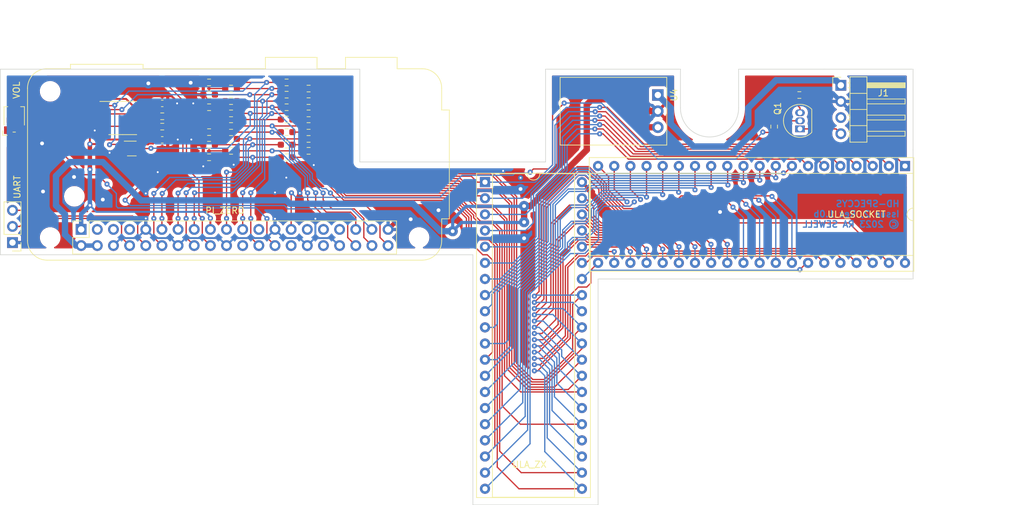
<source format=kicad_pcb>
(kicad_pcb (version 20221018) (generator pcbnew)
  (title_block (title "HD-Speccys") (date "2023-05-15") (rev "1A") (company "RA Sewell"))
  (layers (0 "F.Cu" signal) (31 "B.Cu" signal) (34 "B.Paste" user) (35 "F.Paste" user) (36 "B.SilkS" user "B.Silkscreen") (37 "F.SilkS" user "F.Silkscreen") (38 "B.Mask" user) (39 "F.Mask" user) (44 "Edge.Cuts" user))
  (net 0 "")
  (net 1 "VDDA")
  (net 2 "VDD")
  (net 3 "GND")
  (net 4 "Net-(J3-MIC_TAPE)")
  (net 5 "Net-(J1-VCC)")
  (net 9 "Net-(J2-SD6_(TXD0))")
  (net 10 "Net-(J2-SD7_(RXD0))")
  (net 11 "Net-(J2-SD9)")
  (net 12 "Net-(J2-SD10)")
  (net 13 "Net-(J2-GPIO27)")
  (net 14 "Net-(J2-SD14)")
  (net 15 "Net-(J2-SD15)")
  (net 16 "Net-(J2-SD16_(DREQ))")
  (net 17 "Net-(J2-SD2)")
  (net 18 "Net-(J2-SD1)")
  (net 21 "Net-(J2-SD0)")
  (net 22 "Net-(J2-SA5_(GPIO0))")
  (net 25 "Net-(J2-SOE_SE)")
  (net 28 "Net-(J2-SD11)")
  (net 29 "Net-(J2-SD8)")
  (net 30 "Net-(J2-GPIO26)")
  (net 31 "Net-(J2-SD12)")
  (net 32 "Net-(J2-SD13)")
  (net 33 "Net-(J3-{slash}CAS)")
  (net 34 "Net-(J3-{slash}WR)")
  (net 35 "Net-(J3-{slash}RD)")
  (net 36 "Net-(J3-{slash}DRAMWE)")
  (net 37 "Net-(J3-A0)")
  (net 38 "Net-(J3-A1)")
  (net 39 "Net-(J3-A2)")
  (net 40 "Net-(J3-A3)")
  (net 41 "Net-(J3-A4)")
  (net 42 "Net-(J3-A5)")
  (net 43 "Net-(J3-A6)")
  (net 44 "Net-(J3-{slash}INT)")
  (net 45 "Net-(J3-VCC_2)")
  (net 46 "Net-(J3-VCC_1)")
  (net 47 "Net-(J3-U)")
  (net 48 "Net-(J3-V)")
  (net 49 "Net-(J3-Y)")
  (net 50 "Net-(J3-D0)")
  (net 51 "Net-(J3-KB0)")
  (net 52 "Net-(J3-KB1)")
  (net 53 "Net-(J3-D1)")
  (net 54 "Net-(J3-D2)")
  (net 55 "Net-(J3-KB2)")
  (net 56 "Net-(J3-KB3)")
  (net 57 "Net-(J3-D3)")
  (net 58 "Net-(J3-KB4)")
  (net 59 "Net-(J3-D4)")
  (net 60 "Net-(J3-D5)")
  (net 61 "Net-(J3-D6)")
  (net 62 "Net-(J3-D7)")
  (net 63 "Net-(J3-{slash}CPU)")
  (net 64 "Net-(J3-{slash}IOREQ)")
  (net 65 "Net-(J3-{slash}ROMCS)")
  (net 66 "Net-(J3-{slash}RAS)")
  (net 67 "Net-(J3-A14)")
  (net 68 "Net-(J3-A15)")
  (net 69 "Net-(J3-{slash}MREQ)")
  (net 70 "Net-(J3-OSC)")
  (net 71 "Net-(R31-Pad1)")
  (net 72 "Net-(R1-Pad2)")
  (net 73 "Net-(R30-Pad2)")
  (net 74 "Net-(U3-Pad10)")
  (net 75 "Net-(J2-SWE_SRW_(GPIO7))")
  (net 76 "Net-(J1-RESET)")
  (net 77 "Net-(Q1-B)")
  (net 78 "Net-(Q1-C)")
  (footprint "Resistor_SMD:R_0603_1608Metric_Pad0.98x0.95mm_HandSolder" (layer "F.Cu") (at 118.6669 68.2244)
    (fp_text reference "R14" hide)
    (fp_text value "R" hide)
  )
  (footprint "Resistor_SMD:R_0603_1608Metric_Pad0.98x0.95mm_HandSolder" (layer "F.Cu") (at 122.1194 73.2028)
    (fp_text reference "R11" hide)
    (fp_text value "R" hide)
  )
  (footprint "Resistor_SMD:R_0603_1608Metric_Pad0.98x0.95mm_HandSolder" (layer "F.Cu") (at 109.9293 73.2028)
    (fp_text reference "R23" hide)
    (fp_text value "R" hide)
  )
  (footprint "Connector_PinHeader_2.54mm:PinHeader_1x04_P2.54mm_Horizontal" (layer "F.Cu") (at 205.81 64.765)
    (fp_text reference "J1")
    (fp_text value "9-20VDC")
  )
  (footprint "Resistor_SMD:R_0603_1608Metric_Pad0.98x0.95mm_HandSolder" (layer "F.Cu") (at 118.6688 64.3128)
    (fp_text reference "R17" hide)
    (fp_text value "R" hide)
  )
  (footprint "Module:Raspberry_Pi_Zero_Socketed_THT_FaceDown_MountingHoles" (layer "F.Cu") (at 86.36 87.4522 90)
    (fp_text reference "J2" hide)
    (fp_text value "PI_ZERO")
  )
  (footprint "Resistor_SMD:R_0603_1608Metric_Pad0.98x0.95mm_HandSolder" (layer "F.Cu") (at 109.9293 65.278)
    (fp_text reference "R28" hide)
    (fp_text value "R" hide)
  )
  (footprint "Resistor_SMD:R_0603_1608Metric_Pad0.98x0.95mm_HandSolder" (layer "F.Cu") (at 106.4768 76.0984)
    (fp_text reference "R7" hide)
    (fp_text value "R" hide)
  )
  (footprint "Resistor_SMD:R_0603_1608Metric_Pad0.98x0.95mm_HandSolder" (layer "F.Cu") (at 109.9293 71.1708)
    (fp_text reference "R25" hide)
    (fp_text value "R" hide)
  )
  (footprint "Resistor_SMD:R_0603_1608Metric_Pad0.98x0.95mm_HandSolder" (layer "F.Cu") (at 118.6688 76.0984)
    (fp_text reference "R8" hide)
    (fp_text value "R" hide)
  )
  (footprint "Package_TO_SOT_SMD:SOT-353_SC-70-5_Handsoldering" (layer "F.Cu") (at 94.3264 74.7164)
    (fp_text reference "U5" hide)
    (fp_text value "74AHC1G32" hide)
  )
  (footprint "Capacitor_SMD:C_0603_1608Metric_Pad1.08x0.95mm_HandSolder" (layer "F.Cu") (at 99.1108 73.3552)
    (fp_text reference "C3" hide)
    (fp_text value "C" hide)
  )
  (footprint "Package_TO_SOT_THT:TO-92_Inline" (layer "F.Cu") (at 199.39 71.628 90)
    (fp_text reference "Q1")
    (fp_text value "2N3906" hide)
  )
  (footprint "Resistor_SMD:R_0603_1608Metric_Pad0.98x0.95mm_HandSolder" (layer "F.Cu") (at 99.1108 69.6468 180)
    (fp_text reference "R30" hide)
    (fp_text value "R" hide)
  )
  (footprint "Resistor_SMD:R_0603_1608Metric_Pad0.98x0.95mm_HandSolder" (layer "F.Cu") (at 106.4768 74.1172)
    (fp_text reference "R22" hide)
    (fp_text value "R" hide)
  )
  (footprint "Resistor_SMD:R_0603_1608Metric_Pad0.98x0.95mm_HandSolder" (layer "F.Cu") (at 106.4787 66.2432)
    (fp_text reference "R5" hide)
    (fp_text value "R" hide)
  )
  (footprint "Resistor_SMD:R_0603_1608Metric_Pad0.98x0.95mm_HandSolder" (layer "F.Cu") (at 199.2865 66.294)
    (fp_text reference "R2" hide)
    (fp_text value "R" hide)
  )
  (footprint "Resistor_SMD:R_0603_1608Metric_Pad0.98x0.95mm_HandSolder" (layer "F.Cu") (at 118.6688 74.1172)
    (fp_text reference "R10" hide)
    (fp_text value "R" hide)
  )
  (footprint "Resistor_SMD:R_0603_1608Metric_Pad0.98x0.95mm_HandSolder" (layer "F.Cu") (at 118.6669 72.136)
    (fp_text reference "R12" hide)
    (fp_text value "R" hide)
  )
  (footprint "Resistor_SMD:R_0603_1608Metric_Pad0.98x0.95mm_HandSolder" (layer "F.Cu") (at 106.4787 72.136)
    (fp_text reference "R24" hide)
    (fp_text value "R" hide)
  )
  (footprint "Package_DIP:DIP-40_W15.24mm_Socket" (layer "F.Cu") (at 215.9 77.47 -90)
    (fp_text reference "J3" hide)
    (fp_text value "ULA_SOCKET")
  )
  (footprint "Converter_DCDC:Converter_DCDC_Murata_OKI-78SR_Horizontal" (layer "F.Cu") (at 177.038 66.294 -90)
    (fp_text reference "U4")
    (fp_text value "TSR_1-2450" hide)
  )
  (footprint "Resistor_SMD:R_0603_1608Metric_Pad0.98x0.95mm_HandSolder" (layer "F.Cu") (at 122.1232 65.278)
    (fp_text reference "R16" hide)
    (fp_text value "R" hide)
  )
  (footprint "Resistor_SMD:R_0603_1608Metric_Pad0.98x0.95mm_HandSolder" (layer "F.Cu") (at 195.326 71.2705 90)
    (fp_text reference "R3" hide)
    (fp_text value "R" hide)
  )
  (footprint "Capacitor_SMD:C_0603_1608Metric_Pad1.08x0.95mm_HandSolder" (layer "F.Cu") (at 99.1108 67.6148)
    (fp_text reference "C2" hide)
    (fp_text value "C" hide)
  )
  (footprint "Package_SO:TSSOP-14_4.4x5mm_P0.65mm" (layer "F.Cu") (at 92.8955 69.9204)
    (fp_text reference "U3" hide)
    (fp_text value "74LS10" hide)
  )
  (footprint "Resistor_SMD:R_0603_1608Metric_Pad0.98x0.95mm_HandSolder" (layer "F.Cu") (at 122.1232 75.0824)
    (fp_text reference "R9" hide)
    (fp_text value "R" hide)
  )
  (footprint "Resistor_SMD:R_0603_1608Metric_Pad0.98x0.95mm_HandSolder" (layer "F.Cu") (at 109.9293 75.0824)
    (fp_text reference "R21" hide)
    (fp_text value "R" hide)
  )
  (footprint "Resistor_SMD:R_0603_1608Metric_Pad0.98x0.95mm_HandSolder" (layer "F.Cu") (at 118.6669 66.2432)
    (fp_text reference "R18" hide)
    (fp_text value "R" hide)
  )
  (footprint "Resistor_SMD:R_0603_1608Metric_Pad0.98x0.95mm_HandSolder" (layer "F.Cu") (at 99.1108 71.2724 180)
    (fp_text reference "R1" hide)
    (fp_text value "R" hide)
  )
  (footprint "Package_DIP:DIP-40_W15.24mm_Socket" (layer "F.Cu") (at 149.86 80.01)
    (fp_text reference "J4" hide)
    (fp_text value "ULA_ZX")
  )
  (footprint "Potentiometer_SMD:Potentiometer_Bourns_TC33X_Vertical" (layer "F.Cu") (at 75.835 70.03 90)
    (fp_text reference "R32" hide)
    (fp_text value "1k" hide)
  )
  (footprint "Resistor_SMD:R_0603_1608Metric_Pad0.98x0.95mm_HandSolder" (layer "F.Cu") (at 106.4787 68.2244)
    (fp_text reference "R26" hide)
    (fp_text value "R" hide)
  )
  (footprint "Resistor_SMD:R_0603_1608Metric_Pad0.98x0.95mm_HandSolder" (layer "F.Cu") (at 109.9293 67.2592)
    (fp_text reference "R27" hide)
    (fp_text value "R" hide)
  )
  (footprint "Resistor_SMD:R_0603_1608Metric_Pad0.98x0.95mm_HandSolder" (layer "F.Cu") (at 118.6688 70.1548)
    (fp_text reference "R31" hide)
    (fp_text value "R" hide)
  )
  (footprint "" (layer "F.Cu") (at 85.2932 82.2452)
    (fp_text reference "")
    (fp_text value "")
  )
  (footprint "Resistor_SMD:R_0603_1608Metric_Pad0.98x0.95mm_HandSolder" (layer "F.Cu") (at 109.9293 69.1896)
    (fp_text reference "R6" hide)
    (fp_text value "R" hide)
  )
  (footprint "Resistor_SMD:R_0603_1608Metric_Pad0.98x0.95mm_HandSolder" (layer "F.Cu") (at 122.1232 69.1896)
    (fp_text reference "R19" hide)
    (fp_text value "R" hide)
  )
  (footprint "Resistor_SMD:R_0603_1608Metric_Pad0.98x0.95mm_HandSolder" (layer "F.Cu") (at 122.1194 71.1708)
    (fp_text reference "R13" hide)
    (fp_text value "R" hide)
  )
  (footprint "Resistor_SMD:R_0603_1608Metric_Pad0.98x0.95mm_HandSolder" (layer "F.Cu") (at 122.1213 67.2592)
    (fp_text reference "R15" hide)
    (fp_text value "R" hide)
  )
  (footprint "Resistor_SMD:R_0603_1608Metric_Pad0.98x0.95mm_HandSolder" (layer "F.Cu") (at 106.4768 64.3128)
    (fp_text reference "R4" hide)
    (fp_text value "R" hide)
  )
  (footprint "Connector_PinHeader_2.54mm:PinHeader_1x03_P2.54mm_Vertical" (layer "F.Cu") (at 75.565 89.52 180)
    (fp_text reference "J5" hide)
    (fp_text value "UART")
  )
  (gr_line (start 159.385 62.23) (end 159.385 76.835) (stroke (width 0.1)) (layer "Edge.Cuts"))
  (gr_line (start 217.17 62.23) (end 203.2 62.23) (stroke (width 0.1)) (layer "Edge.Cuts"))
  (gr_line (start 73.66 62.23) (end 73.66 91.44) (stroke (width 0.1)) (layer "Edge.Cuts"))
  (gr_line (start 189.738 68.326) (end 189.738 62.23) (stroke (width 0.1)) (layer "Edge.Cuts"))
  (gr_line (start 130.175 76.835) (end 130.175 62.23) (stroke (width 0.1)) (layer "Edge.Cuts"))
  (gr_line (start 147.955 91.44) (end 73.66 91.44) (stroke (width 0.1)) (layer "Edge.Cuts"))
  (gr_line (start 217.17 74.93) (end 217.17 62.23) (stroke (width 0.1)) (layer "Edge.Cuts"))
  (gr_line (start 159.385 76.835) (end 130.175 76.835) (stroke (width 0.1)) (layer "Edge.Cuts"))
  (gr_line (start 180.594 62.23) (end 159.385 62.23) (stroke (width 0.1)) (layer "Edge.Cuts"))
  (gr_line (start 147.955 130.81) (end 167.64 130.81) (stroke (width 0.1)) (layer "Edge.Cuts"))
  (gr_arc (start 189.738 68.326) (mid 185.166 72.898) (end 180.594 68.326) (stroke (width 0.1)) (layer "Edge.Cuts"))
  (gr_line (start 180.594 68.326) (end 180.594 62.23) (stroke (width 0.1)) (layer "Edge.Cuts"))
  (gr_line (start 167.64 95.25) (end 217.17 95.25) (stroke (width 0.1)) (layer "Edge.Cuts"))
  (gr_line (start 167.64 130.81) (end 167.64 95.25) (stroke (width 0.1)) (layer "Edge.Cuts"))
  (gr_line (start 203.2 62.23) (end 189.738 62.23) (stroke (width 0.1)) (layer "Edge.Cuts"))
  (gr_line (start 217.17 95.25) (end 217.17 74.93) (stroke (width 0.1)) (layer "Edge.Cuts"))
  (gr_line (start 130.175 62.23) (end 73.66 62.23) (stroke (width 0.1)) (layer "Edge.Cuts"))
  (gr_line (start 147.955 91.44) (end 147.955 130.81) (stroke (width 0.1)) (layer "Edge.Cuts"))
  (gr_text "HD-SPECCYS \nIssue 2, Rev 1.0b\n© 2023 RA SEWELL" (at 215.138 87.2236) (layer "B.Cu") (effects (font (size 1 1) (thickness 0.2) bold) (justify left bottom mirror)))
  (gr_text "VOL" (at 76.2 65.532 90) (layer "F.SilkS") (effects (font (size 1 1))))
  (segment (start 95.758 67.9704) (end 95.0976 67.9704) (width 0.25) (layer "F.Cu") (net 1))
  (segment (start 95.6564 74.0664) (end 96.881739 74.0664) (width 0.3) (layer "F.Cu") (net 1))
  (segment (start 97.643461 73.926) (end 97.660481 73.943019) (width 0.3) (layer "F.Cu") (net 1))
  (segment (start 106.68 87.4522) (end 106.68 85.6879) (width 0.3) (layer "F.Cu") (net 1))
  (segment (start 87.7316 74.0156) (end 87.7316 67.4624) (width 0.3) (layer "F.Cu") (net 1))
  (segment (start 93.4212 66.9036) (end 94.488 67.9704) (width 0.3) (layer "F.Cu") (net 1))
  (segment (start 94.1324 73.3044) (end 94.8944 74.0664) (width 0.3) (layer "F.Cu") (net 1))
  (segment (start 87.7316 74.0156) (end 88.6968 74.0156) (width 0.3) (layer "F.Cu") (net 1))
  (segment (start 97.8927 67.9704) (end 98.2483 67.6148) (width 0.3) (layer "F.Cu") (net 1))
  (segment (start 88.2904 66.9036) (end 93.4212 66.9036) (width 0.3) (layer "F.Cu") (net 1))
  (segment (start 94.8944 74.0664) (end 95.6564 74.0664) (width 0.3) (layer "F.Cu") (net 1))
  (segment (start 95.758 67.9704) (end 97.8927 67.9704) (width 0.3) (layer "F.Cu") (net 1))
  (segment (start 87.7316 67.4624) (end 88.2904 66.9036) (width 0.3) (layer "F.Cu") (net 1))
  (segment (start 97.022139 73.926) (end 97.643461 73.926) (width 0.3) (layer "F.Cu") (net 1))
  (segment (start 88.6968 74.0156) (end 89.408 73.3044) (width 0.3) (layer "F.Cu") (net 1))
  (segment (start 94.488 67.9704) (end 95.758 67.9704) (width 0.3) (layer "F.Cu") (net 1))
  (segment (start 89.408 73.3044) (end 94.1324 73.3044) (width 0.3) (layer "F.Cu") (net 1))
  (segment (start 96.881739 74.0664) (end 97.022139 73.926) (width 0.3) (layer "F.Cu") (net 1))
  (segment (start 87.7316 78.0288) (end 87.7316 74.0156) (width 0.7) (layer "F.Cu") (net 1))
  (segment (start 97.660481 73.943019) (end 98.2483 73.3552) (width 0.3) (layer "F.Cu") (net 1))
  (via (at 87.7316 78.0288) (size 0.8) (drill 0.4) (layers "F.Cu" "B.Cu") (net 1))
  (via (at 87.7316 74.0156) (size 0.8) (drill 0.4) (layers "F.Cu" "B.Cu") (net 1))
  (via (at 87.7316 83.670851) (size 0.8) (drill 0.4) (layers "F.Cu" "B.Cu") (net 1))
  (via (at 106.68 85.6879) (size 0.8) (drill 0.4) (layers "F.Cu" "B.Cu") (net 1))
  (segment (start 106.68 85.4964) (end 105.8672 84.6836) (width 0.3) (layer "B.Cu") (net 1))
  (segment (start 87.180478 84.221973) (end 87.122901 84.279032) (width 0.7) (layer "B.Cu") (net 1))
  (segment (start 88.744349 84.6836) (end 87.7316 83.670851) (width 0.3) (layer "B.Cu") (net 1))
  (segment (start 86.36 87.0204) (end 86.36 87.4522) (width 0.3) (layer "B.Cu") (net 1))
  (segment (start 87.7316 78.0288) (end 87.7316 83.670851) (width 0.7) (layer "B.Cu") (net 1))
  (segment (start 86.36 85.042451) (end 87.180478 84.221973) (width 0.7) (layer "B.Cu") (net 1))
  (segment (start 105.8672 84.6836) (end 88.744349 84.6836) (width 0.3) (layer "B.Cu") (net 1))
  (segment (start 106.68 85.6879) (end 106.68 85.4964) (width 0.3) (layer "B.Cu") (net 1))
  (segment (start 86.36 87.4522) (end 86.36 85.042451) (width 0.7) (layer "B.Cu") (net 1))
  (segment (start 87.7316 83.670851) (end 87.180478 84.221973) (width 0.7) (layer "B.Cu") (net 1))
  (segment (start 156.0068 86.3092) (end 156.0068 83.7692) (width 1) (layer "F.Cu") (net 2))
  (segment (start 157.022424 83.7692) (end 156.0068 83.7692) (width 1) (layer "F.Cu") (net 2))
  (segment (start 170.8404 66.9544) (end 166.7256 66.9544) (width 1) (layer "F.Cu") (net 2))
  (segment (start 175.26 71.374) (end 170.8404 66.9544) (width 1) (layer "F.Cu") (net 2))
  (segment (start 164.846 75.946) (end 164.845624 75.946) (width 1) (layer "F.Cu") (net 2))
  (segment (start 165.862 74.93) (end 164.846 75.946) (width 1) (layer "F.Cu") (net 2))
  (segment (start 166.7256 66.9544) (end 165.862 67.818) (width 1) (layer "F.Cu") (net 2))
  (segment (start 164.845624 75.946) (end 157.022424 83.7692) (width 1) (layer "F.Cu") (net 2))
  (segment (start 165.862 67.818) (end 165.862 74.93) (width 1) (layer "F.Cu") (net 2))
  (segment (start 177.038 71.374) (end 175.26 71.374) (width 1) (layer "F.Cu") (net 2))
  (via (at 144.78 87.7316) (size 1.6) (drill 0.6) (layers "F.Cu" "B.Cu") (net 2))
  (via (at 156.0068 83.7692) (size 1.6) (drill 0.6) (layers "F.Cu" "B.Cu") (net 2))
  (via (at 156.0068 86.3092) (size 1.6) (drill 0.6) (layers "F.Cu" "B.Cu") (net 2))
  (segment (start 95.7912 82.888) (end 118.6512 82.888) (width 1) (layer "B.Cu") (net 2))
  (segment (start 83.82 88.265) (end 83.82 85.09) (width 1) (layer "B.Cu") (net 2))
  (segment (start 85.5472 89.9922) (end 86.36 89.9922) (width 0.5) (layer "B.Cu") (net 2))
  (segment (start 89.755915 76.852715) (end 95.7912 82.888) (width 1) (layer "B.Cu") (net 2))
  (segment (start 138.5316 83.4136) (end 142.8496 87.7316) (width 1) (layer "B.Cu") (net 2))
  (segment (start 155.956 86.36) (end 146.1516 86.36) (width 0.5) (layer "B.Cu") (net 2))
  (segment (start 83.82 85.09) (end 82.405285 83.675285) (width 1) (layer "B.Cu") (net 2))
  (segment (start 85.5472 89.9922) (end 83.82 88.265) (width 1) (layer "B.Cu") (net 2))
  (segment (start 118.6512 82.888) (end 119.1768 83.4136) (width 1) (layer "B.Cu") (net 2))
  (segment (start 84.589685 76.852715) (end 89.755915 76.852715) (width 1) (layer "B.Cu") (net 2))
  (segment (start 146.1516 86.36) (end 144.78 87.7316) (width 0.5) (layer "B.Cu") (net 2))
  (segment (start 82.405285 79.037115) (end 84.589685 76.852715) (width 1) (layer "B.Cu") (net 2))
  (segment (start 119.1768 83.4136) (end 138.5316 83.4136) (width 1) (layer "B.Cu") (net 2))
  (segment (start 86.36 89.9922) (end 88.9 89.9922) (width 0.7) (layer "B.Cu") (net 2))
  (segment (start 142.8496 87.7316) (end 144.78 87.7316) (width 1) (layer "B.Cu") (net 2))
  (segment (start 146.8628 83.82) (end 144.78 85.9028) (width 0.5) (layer "B.Cu") (net 2))
  (segment (start 156.0068 83.7692) (end 155.956 83.82) (width 0.5) (layer "B.Cu") (net 2))
  (segment (start 144.78 85.9028) (end 144.78 87.7316) (width 0.5) (layer "B.Cu") (net 2))
  (segment (start 82.405285 83.675285) (end 82.405285 79.037115) (width 1) (layer "B.Cu") (net 2))
  (segment (start 155.956 83.82) (end 146.8628 83.82) (width 0.5) (layer "B.Cu") (net 2))
  (segment (start 156.0068 86.3092) (end 155.956 86.36) (width 0.5) (layer "B.Cu") (net 2))
  (segment (start 105.5662 64.3147) (end 105.5643 64.3128) (width 0.2) (layer "F.Cu") (net 3))
  (segment (start 120.7516 83.3311) (end 120.7516 81.7181) (width 0.3) (layer "F.Cu") (net 3))
  (segment (start 92.9964 75.3664) (end 90.8512 75.3664) (width 0.2) (layer "F.Cu") (net 3))
  (segment (start 105.5662 68.2244) (end 105.5662 66.2432) (width 0.2) (layer "F.Cu") (net 3))
  (segment (start 118.618 79.2988) (end 112.3696 79.2988) (width 0.7) (layer "F.Cu") (net 3))
  (segment (start 103.9876 67.6148) (end 104.9566 67.6148) (width 0.3) (layer "F.Cu") (net 3))
  (segment (start 165.1 80.01) (end 170.937897 85.847897) (width 0.5) (layer "F.Cu") (net 3))
  (segment (start 106.4787 73.2028) (end 105.5643 74.1172) (width 0.2) (layer "F.Cu") (net 3))
  (segment (start 82.6516 79.1972) (end 85.2424 79.1972) (width 1) (layer "F.Cu") (net 3))
  (segment (start 105.5643 72.1379) (end 105.5662 72.136) (width 0.2) (layer "F.Cu") (net 3))
  (segment (start 138.176 85.852) (end 136.2202 85.852) (width 0.7) (layer "F.Cu") (net 3))
  (segment (start 112.3696 79.2988) (end 110.3376 77.2668) (width 0.7) (layer "F.Cu") (net 3))
  (segment (start 155.448 81.0895) (end 157.789221 81.0895) (width 1) (layer "F.Cu") (net 3))
  (segment (start 172.8724 65.941192) (end 175.765208 68.834) (width 1) (layer "F.Cu") (net 3))
  (segment (start 104.9566 67.6148) (end 105.5662 68.2244) (width 0.3) (layer "F.Cu") (net 3))
  (segment (start 101.4984 73.3552) (end 99.9733 73.3552) (width 0.3) (layer "F.Cu") (net 3))
  (segment (start 109.0168 65.278) (end 106.5295 65.278) (width 0.2) (layer "F.Cu") (net 3))
  (segment (start 205.81 67.305) (end 202.5054 67.305) (width 0.2) (layer "F.Cu") (net 3))
  (segment (start 109.0168 75.0824) (end 106.5803 75.0824) (width 0.2) (layer "F.Cu") (net 3))
  (segment (start 109.0168 73.2028) (end 106.4787 73.2028) (width 0.2) (layer "F.Cu") (net 3))
  (segment (start 202.5054 67.305) (end 201.4944 66.294) (width 0.2) (layer "F.Cu") (net 3))
  (segment (start 85.6668 79.6216) (end 86.632 79.6216) (width 1) (layer "F.Cu") (net 3))
  (segment (start 101.5492 73.3044) (end 101.4984 73.3552) (width 0.3) (layer "F.Cu") (net 3))
  (segment (start 215.9 92.71) (end 215.8746 92.6846) (width 0.5) (layer "F.Cu") (net 3))
  (segment (start 165.608 65.2272) (end 172.1612 65.2272) (width 1) (layer "F.Cu") (net 3))
  (segment (start 105.5643 76.0984) (end 105.5643 77.5189) (width 0.2) (layer "F.Cu") (net 3))
  (segment (start 201.4944 66.294) (end 200.199 66.294) (width 0.2) (layer "F.Cu") (net 3))
  (segment (start 164.1856 66.6496) (end 165.608 65.2272) (width 1) (layer "F.Cu") (net 3))
  (segment (start 120.5992 77.3176) (end 118.618 79.2988) (width 0.7) (layer "F.Cu") (net 3))
  (segment (start 106.5295 65.278) (end 105.5643 64.3128) (width 0.2) (layer "F.Cu") (net 3))
  (segment (start 106.5314 69.1896) (end 105.5662 68.2244) (width 0.2) (layer "F.Cu") (net 3))
  (segment (start 96.52 85.725) (end 96.52 81.788) (width 0.3) (layer "F.Cu") (net 3))
  (segment (start 155.448 81.0895) (end 155.448 79.3305) (width 0.7) (layer "F.Cu") (net 3))
  (segment (start 141.1224 85.852) (end 142.5448 84.4296) (width 1) (layer "F.Cu") (net 3))
  (segment (start 123.19 85.7695) (end 120.7516 83.3311) (width 0.3) (layer "F.Cu") (net 3))
  (segment (start 109.0168 69.1896) (end 106.5314 69.1896) (width 0.2) (layer "F.Cu") (net 3))
  (segment (start 105.5643 77.5189) (end 105.5624 77.5208) (width 0.2) (layer "F.Cu") (net 3))
  (segment (start 105.5135 64.3636) (end 105.5643 64.3128) (width 0.5) (layer "F.Cu") (net 3))
  (segment (start 86.632 79.6216) (end 89.7636 82.7532) (width 1) (layer "F.Cu") (net 3))
  (segment (start 88.5052 71.8704) (end 88.4936 71.882) (width 0.2) (layer "F.Cu") (net 3))
  (segment (start 155.448 79.3305) (end 153.8008 79.3305) (width 0.7) (layer "F.Cu") (net 3))
  (segment (start 138.176 85.852) (end 141.1224 85.852) (width 1) (layer "F.Cu") (net 3))
  (segment (start 105.5643 76.0984) (end 105.5643 74.1172) (width 0.2) (layer "F.Cu") (net 3))
  (segment (start 106.5822 67.2592) (end 105.5662 66.2432) (width 0.2) (layer "F.Cu") (net 3))
  (segment (start 186.817 84.709) (end 186.885 84.777) (width 0.5) (layer "F.Cu") (net 3))
  (segment (start 116.84 85.7695) (end 116.84 81.6356) (width 0.3) (layer "F.Cu") (net 3))
  (segment (start 105.5643 74.1172) (end 105.5643 72.1379) (width 0.2) (layer "F.Cu") (net 3))
  (segment (start 105.5662 66.2432) (end 105.5662 64.3147) (width 0.2) (layer "F.Cu") (net 3))
  (segment (start 90.8512 75.3664) (end 90.8304 75.3872) (width 0.2) (layer "F.Cu") (net 3))
  (segment (start 109.0168 67.2592) (end 106.5822 67.2592) (width 0.2) (layer "F.Cu") (net 3))
  (segment (start 106.5803 75.0824) (end 105.5643 76.0984) (width 0.2) (layer "F.Cu") (net 3))
  (segment (start 157.789221 81.0895) (end 163.322 75.556721) (width 1) (layer "F.Cu") (net 3))
  (segment (start 122.936 77.3176) (end 120.5992 77.3176) (width 0.7) (layer "F.Cu") (net 3))
  (segment (start 185.678103 85.847897) (end 186.817 84.709) (width 0.5) (layer "F.Cu") (net 3))
  (segment (start 104.0892 73.3044) (end 104.902 74.1172) (width 0.3) (layer "F.Cu") (net 3))
  (segment (start 104.902 74.1172) (end 105.5643 74.1172) (width 0.3) (layer "F.Cu") (net 3))
  (segment (start 164.1856 74.676) (end 164.1856 66.6496) (width 1) (layer "F.Cu") (net 3))
  (segment (start 163.322 75.556721) (end 163.322 75.5396) (width 1) (layer "F.Cu") (net 3))
  (segment (start 85.2424 79.1972) (end 85.6668 79.6216) (width 1) (layer "F.Cu") (net 3))
  (segment (start 172.8724 65.9384) (end 172.8724 65.941192) (width 1) (layer "F.Cu") (net 3))
  (segment (start 109.0168 71.1708) (end 106.5314 71.1708) (width 0.2) (layer "F.Cu") (net 3))
  (segment (start 103.6828 73.3044) (end 104.0892 73.3044) (width 0.3) (layer "F.Cu") (net 3))
  (segment (start 90.033 71.8704) (end 88.5052 71.8704) (width 0.2) (layer "F.Cu") (net 3))
  (segment (start 136.2202 85.852) (end 134.62 87.4522) (width 0.7) (layer "F.Cu") (net 3))
  (segment (start 101.4476 67.6148) (end 99.9733 67.6148) (width 0.3) (layer "F.Cu") (net 3))
  (segment (start 103.5812 64.3636) (end 105.5135 64.3636) (width 0.5) (layer "F.Cu") (net 3))
  (segment (start 80.3656 81.4832) (end 82.6516 79.1972) (width 1) (layer "F.Cu") (net 3))
  (segment (start 175.765208 68.834) (end 177.038 68.834) (width 1) (layer "F.Cu") (net 3))
  (segment (start 170.937897 85.847897) (end 185.678103 85.847897) (width 0.5) (layer "F.Cu") (net 3))
  (segment (start 163.322 75.5396) (end 164.1856 74.676) (width 1) (layer "F.Cu") (net 3))
  (segment (start 153.8008 79.3305) (end 152.7048 78.2345) (width 0.7) (layer "F.Cu") (net 3))
  (segment (start 172.1612 65.2272) (end 172.8724 65.9384) (width 1) (layer "F.Cu") (net 3))
  (segment (start 106.5314 71.1708) (end 105.5662 72.136) (width 0.2) (layer "F.Cu") (net 3))
  (via (at 142.5448 84.4296) (size 1.6) (drill 0.6) (layers "F.Cu" "B.Cu") (net 3))
  (via (at 116.84 85.7695) (size 0.8) (drill 0.3) (layers "F.Cu" "B.Cu") (net 3))
  (via (at 116.84 81.6356) (size 0.8) (drill 0.3) (layers "F.Cu" "B.Cu") (net 3))
  (via (at 120.7516 81.7181) (size 0.8) (drill 0.3) (layers "F.Cu" "B.Cu") (net 3))
  (via (at 103.6828 73.3044) (size 0.8) (drill 0.3) (layers "F.Cu" "B.Cu") (net 3))
  (via (at 80.2132 73.914) (size 1.6) (drill 0.6) (layers "F.Cu" "B.Cu") (net 3))
  (via (at 118.618 79.2988) (size 0.8) (drill 0.3) (layers "F.Cu" "B.Cu") (net 3))
  (via (at 122.936 77.3176) (size 0.8) (drill 0.3) (layers "F.Cu" "B.Cu") (net 3))
  (via (at 88.4936 71.882) (size 0.8) (drill 0.3) (layers "F.Cu" "B.Cu") (net 3))
  (via (at 155.448 81.0895) (size 1.6) (drill 0.6) (layers "F.Cu" "B.Cu") (net 3))
  (via (at 103.5812 64.3636) (size 1.6) (drill 0.6) (layers "F.Cu" "B.Cu") (net 3))
  (via (at 98.3996 78.4352) (size 0.8) (drill 0.3) (layers "F.Cu" "B.Cu") (net 3))
  (via (at 105.5624 77.5208) (size 0.8) (drill 0.3) (layers "F.Cu" "B.Cu") (net 3))
  (via (at 123.19 85.7695) (size 0.8) (drill 0.3) (layers "F.Cu" "B.Cu") (net 3))
  (via (at 156.0068 88.8492) (size 1.6) (drill 0.6) (layers "F.Cu" "B.Cu") (net 3))
  (via (at 155.448 79.3305) (size 0.8) (drill 0.3) (layers "F.Cu" "B.Cu") (net 3))
  (via (at 110.3376 77.2668) (size 0.8) (drill 0.3) (layers "F.Cu" "B.Cu") (net 3))
  (via (at 101.4476 67.6148) (size 0.8) (drill 0.3) (layers "F.Cu" "B.Cu") (net 3))
  (via (at 96.9264 64.4652) (size 1.6) (drill 0.6) (layers "F.Cu" "B.Cu") (net 3))
  (via (at 186.817 84.709) (size 1.6) (drill 0.6) (layers "F.Cu" "B.Cu") (net 3))
  (via (at 89.7636 82.7532) (size 1.6) (drill 0.6) (layers "F.Cu" "B.Cu") (net 3))
  (via (at 96.52 81.788) (size 0.8) (drill 0.3) (layers "F.Cu" "B.Cu") (net 3))
  (via (at 80.3656 81.4832) (size 1.6) (drill 0.6) (layers "F.Cu" "B.Cu") (net 3))
  (via (at 85.2424 79.1972) (size 1.6) (drill 0.6) (layers "F.Cu" "B.Cu") (net 3))
  (via (at 101.5492 73.3044) (size 0.8) (drill 0.3) (layers "F.Cu" "B.Cu") (net 3))
  (via (at 152.7048 78.2345) (size 0.8) (drill 0.3) (layers "F.Cu" "B.Cu") (net 3))
  (via (at 90.8304 75.3872) (size 0.8) (drill 0.3) (layers "F.Cu" "B.Cu") (net 3))
  (via (at 96.52 85.725) (size 0.8) (drill 0.3) (layers "F.Cu" "B.Cu") (net 3))
  (via (at 103.9876 67.6148) (size 0.8) (drill 0.3) (layers "F.Cu" "B.Cu") (net 3))
  (via (at 138.176 85.852) (size 1.6) (drill 0.6) (layers "F.Cu" "B.Cu") (net 3))
  (segment (start 155.996 88.86) (end 146.8228 88.86) (width 0.5) (layer "B.Cu") (net 3))
  (segment (start 88.4936 71.882) (end 82.2452 71.882) (width 0.2) (layer "B.Cu") (net 3))
  (segment (start 103.6828 73.3044) (end 101.5492 73.3044) (width 0.3) (layer "B.Cu") (net 3))
  (segment (start 139.626498 85.852) (end 138.176 85.852) (width 0.5) (layer "B.Cu") (net 3))
  (segment (start 196.1896 66.04) (end 204.545 66.04) (width 0.7) (layer "B.Cu") (net 3))
  (segment (start 98.3996 78.4352) (end 93.8784 78.4352) (width 0.7) (layer "B.Cu") (net 3))
  (segment (start 80.2132 71.882) (end 87.63 64.4652) (width 1) (layer "B.Cu") (net 3))
  (segment (start 201.89 77.002) (end 201.89 79.3388) (width 0.5) (layer "B.Cu") (net 3))
  (segment (start 116.84 87.4522) (end 118.2 88.8122) (width 0.3) (layer "B.Cu") (net 3))
  (segment (start 95.16 88.8122) (end 92.62 88.8122) (width 0.3) (layer "B.Cu") (net 3))
  (segment (start 142.5448 84.4296) (end 145.6544 81.32) (width 0.5) (layer "B.Cu") (net 3))
  (segment (start 125.704088 88.8122) (end 126.884088 89.9922) (width 0.3) (layer "B.Cu") (net 3))
  (segment (start 194.183 80.3148) (end 200.7108 80.3148) (width 0.5) (layer "B.Cu") (net 3))
  (segment (start 116.84 87.4522) (end 116.84 85.7695) (width 0.3) (layer "B.Cu") (net 3))
  (segment (start 212.05 73.545) (end 212.05 79.502) (width 0.5) (layer "B.Cu") (net 3))
  (segment (start 189.0268 81.534) (end 192.9638 81.534) (width 0.5) (layer "B.Cu") (net 3))
  (segment (start 103.4796 64.4652) (end 103.5812 64.3636) (width 1) (layer "B.Cu") (net 3))
  (segment (start 103.6828 67.9196) (end 103.9876 67.6148) (width 0.3) (layer "B.Cu") (net 3))
  (segment (start 107.2388 78.4352) (end 108.4072 77.2668) (width 0.7) (layer "B.Cu") (net 3))
  (segment (start 80.2132 73.914) (end 80.2132 71.882) (width 1) (layer "B.Cu") (net 3))
  (segment (start 186.817 84.709) (end 186.817 83.7438) (width 0.5) (layer "B.Cu") (net 3))
  (segment (start 145.6544 81.32) (end 155.2175 81.32) (width 0.5) (layer "B.Cu") (net 3))
  (segment (start 215.9 80.812) (end 215.9 84.4804) (width 0.5) (layer "B.Cu") (net 3))
  (segment (start 205.6409 75.0341) (end 207.1903 73.4847) (width 0.5) (layer "B.Cu") (net 3))
  (segment (start 192.9638 81.534) (end 194.183 80.3148) (width 0.5) (layer "B.Cu") (net 3))
  (segment (start 214.59 79.502) (end 215.9 80.812) (width 0.5) (layer "B.Cu") (net 3))
  (segment (start 193.294 71.074781) (end 193.294 68.9356) (width 0.7) (layer "B.Cu") (net 3))
  (segment (start 209.7024 79.502) (end 212.05 79.502) (width 0.5) (layer "B.Cu") (net 3))
  (segment (start 88.4936 73.0504) (end 88.4936 71.882) (width 0.2) (layer "B.Cu") (net 3))
  (segment (start 123.19 88.7222) (end 123.1 88.8122) (width 0.3) (layer "B.Cu") (net 3))
  (segment (start 175.006 70.866) (end 175.006 72.4408) (width 0.7) (layer "B.Cu") (net 3))
  (segment (start 123.1 88.8122) (end 125.704088 88.8122) (width 0.3) (layer "B.Cu") (net 3))
  (segment (start 146.2532 89.408) (end 143.182498 89.408) (width 0.5) (layer "B.Cu") (net 3))
  (segment (start 201.6252 79.4004) (end 201.8284 79.4004) (width 0.5) (layer "B.Cu") (net 3))
  (segment (start 204.51 80.685) (end 204.51 76.165) (width 0.5) (layer "B.Cu") (net 3))
  (segment (start 93.8784 78.4352) (end 90.8304 75.3872) (width 0.7) (layer "B.Cu") (net 3))
  (segment (start 123.0122 88.9) (end 123.1 88.8122) (width 0.3) (layer "B.Cu") (net 3))
  (segment (start 82.2452 71.882) (end 80.2132 73.914) (width 0.2) (layer "B.Cu") (net 3))
  (segment (start 209.59 71.085) (end 205.81 67.305) (width 0.5) (layer "B.Cu") (net 3))
  (segment (start 115.48 88.8122) (end 116.84 87.4522) (width 0.3) (layer "B.Cu") (net 3))
  (segment (start 200.7108 80.3148) (end 201.6252 79.4004) (width 0.5) (layer "B.Cu") (net 3))
  (segment (start 215.9 84.582) (end 215.9 92.71) (width 0.5) (layer "B.Cu") (net 3))
  (segment (start 212.05 79.502) (end 212.05 81.8496) (width 0.5) (layer "B.Cu") (net 3))
  (segment (start 209.59 79.3896) (end 209.59 71.085) (width 0.5) (layer "B.Cu") (net 3))
  (segment (start 189.1284 75.4888) (end 189.1792 75.438) (width 0.7) (layer "B.Cu") (net 3))
  (segment (start 207.1903 73.4847) (end 206.97 73.705) (width 0.5) (layer "B.Cu") (net 3))
  (segment (start 126.884088 89.9922) (end 127 89.9922) (width 0.3) (layer "B.Cu") (net 3))
  (segment (start 121.92 89.9922) (end 123.0122 88.9) (width 0.3) (layer "B.Cu") (net 3))
  (segment (start 120.74 88.8122) (end 121.92 89.9922) (width 0.3) (layer "B.Cu") (net 3))
  (segment (start 109.22 89.9922) (end 110.4 88.8122) (width 0.3) (layer "B.Cu") (net 3))
  (segment (start 90.8304 75.3872) (end 88.4936 73.0504) (width 0.2) (layer "B.Cu") (net 3))
  (segment (start 175.006 72.4408) (end 178.054 75.4888) (width 0.7) (layer "B.Cu") (net 3))
  (segment (start 209.59 71.085) (end 207.1903 73.4847) (width 0.5) (layer "B.Cu") (net 3))
  (segment (start 80.3656 74.0664) (end 80.2132 73.914) (width 1) (layer "B.Cu") (net 3))
  (segment (start 146.8228 88.86) (end 146.812 88.8492) (width 0.5) (layer "B.Cu") (net 3))
  (segment (start 193.294 68.9356) (end 196.1896 66.04) (width 0.7) (layer "B.Cu") (net 3))
  (segment (start 214.59 76.085) (end 214.59 79.502) (width 0.5) (layer "B.Cu") (net 3))
  (segment (start 108.4072 77.2668) (end 110.3376 77.2668) (width 0.7) (layer "B.Cu") (net 3))
  (segment (start 103.6828 73.3044) (end 103.6828 67.9196) (width 0.3) (layer "B.Cu") (net 3))
  (segment (start 215.92 84.5004) (end 215.92 84.562) (width 0.5) (layer "B.Cu") (net 3))
  (segment (start 152.7048 78.2345) (end 123.8529 78.2345) (width 0.7) (layer "B.Cu") (net 3))
  (segment (start 212.05 79.502) (end 214.59 79.502) (width 0.5) (layer "B.Cu") (net 3))
  (segment (start 209.59 79.3896) (end 209.7024 79.502) (width 0.5) (layer "B.Cu") (net 3))
  (segment (start 177.038 68.834) (end 175.006 70.866) (width 0.7) (layer "B.Cu") (net 3))
  (segment (start 178.054 75.4888) (end 189.1284 75.4888) (width 0.7) (layer "B.Cu") (net 3))
  (segment (start 206.97 79.4512) (end 206.97 80.8374) (width 0.5) (layer "B.Cu") (net 3))
  (segment (start 206.97 79.4512) (end 209.6516 79.4512) (width 0.5) (layer "B.Cu") (net 3))
  (segment (start 201.8284 79.4004) (end 206.9192 79.4004) (width 0.5) (layer "B.Cu") (net 3))
  (segment (start 206.9192 79.4004) (end 206.97 79.4512) (width 0.5) (layer "B.Cu") (net 3))
  (segment (start 215.9 84.4804) (end 215.92 84.5004) (width 0.5) (layer "B.Cu") (net 3))
  (segment (start 101.4476 67.6148) (end 103.9876 67.6148) (width 0.3) (layer "B.Cu") (net 3))
  (segment (start 206.97 73.705) (end 206.97 79.4512) (width 0.5) (layer "B.Cu") (net 3))
  (segment (start 146.812 88.8492) (end 146.2532 89.408) (width 0.5) (layer "B.Cu") (net 3))
  (segment (start 109.22 89.9922) (end 108.04 88.8122) (width 0.3) (layer "B.Cu") (net 3))
  (segment (start 98.3996 78.4352) (end 107.2388 78.4352) (width 0.7) (layer "B.Cu") (net 3))
  (segment (start 204.545 66.04) (end 205.81 67.305) (width 0.7) (layer "B.Cu") (net 3))
  (segment (start 212.05 73.545) (end 214.59 76.085) (width 0.5) (layer "B.Cu") (net 3))
  (segment (start 201.89 79.3388) (end 201.8284 79.4004) (width 0.5) (layer "B.Cu") (net 3))
  (segment (start 155.2175 81.32) (end 155.448 81.0895) (width 0.5) (layer "B.Cu") (net 3))
  (segment (start 110.4 88.8122) (end 115.48 88.8122) (width 0.3) (layer "B.Cu") (net 3))
  (segment (start 80.2132 81.3308) (end 80.3656 81.4832) (width 0.2) (layer "B.Cu") (net 3))
  (segment (start 155.956 88.9) (end 156.0068 88.8492) (width 0.5) (layer "B.Cu") (net 3))
  (segment (start 96.52 87.4522) (end 95.16 88.8122) (width 0.3) (layer "B.Cu") (net 3))
  (segment (start 96.52 87.4522) (end 96.52 85.725) (width 0.3) (layer "B.Cu") (net 3))
  (segment (start 96.9264 64.4652) (end 103.4796 64.4652) (width 1) (layer "B.Cu") (net 3))
  (segment (start 102.78 88.8122) (end 101.6 89.9922) (width 0.3) (layer "B.Cu") (net 3))
  (segment (start 209.6516 79.4512) (end 209.59 79.3896) (width 0.5) (layer "B.Cu") (net 3))
  (segment (start 87.63 64.4652) (end 96.9264 64.4652) (width 1) (layer "B.Cu") (net 3))
  (segment (start 80.3656 81.4832) (end 80.3656 74.0664) (width 1) (layer "B.Cu") (net 3))
  (segment (start 204.51 76.165) (end 205.6409 75.0341) (width 0.5) (layer "B.Cu") (net 3))
  (segment (start 100.42 88.8122) (end 97.88 88.8122) (width 0.3) (layer "B.Cu") (net 3))
  (segment (start 118.2 88.8122) (end 120.74 88.8122) (width 0.3) (layer "B.Cu") (net 3))
  (segment (start 201.89 77.002) (end 203.8579 75.0341) (width 0.5) (layer "B.Cu") (net 3))
  (segment (start 101.6 89.9922) (end 100.42 88.8122) (width 0.3) (layer "B.Cu") (net 3))
  (segment (start 108.04 88.8122) (end 102.78 88.8122) (width 0.3) (layer "B.Cu") (net 3))
  (segment (start 123.8529 78.2345) (end 122.936 77.3176) (width 0.7) (layer "B.Cu") (net 3))
  (segment (start 92.62 88.8122) (end 91.44 89.9922) (width 0.3) (layer "B.Cu") (net 3))
  (segment (start 215.92 84.562) (end 215.9 84.582) (width 0.5) (layer "B.Cu") (net 3))
  (segment (start 123.19 85.7695) (end 123.19 88.7222) (width 0.3) (layer "B.Cu") (net 3))
  (segment (start 203.8579 75.0341) (end 205.6409 75.0341) (width 0.5) (layer "B.Cu") (net 3))
  (segment (start 143.182498 89.408) (end 139.626498 85.852) (width 0.5) (layer "B.Cu") (net 3))
  (segment (start 209.59 71.085) (end 212.05 73.545) (width 0.5) (layer "B.Cu") (net 3))
  (segment (start 156.0068 88.8492) (end 155.996 88.86) (width 0.5) (layer "B.Cu") (net 3))
  (segment (start 189.1792 75.189581) (end 193.294 71.074781) (width 0.7) (layer "B.Cu") (net 3))
  (segment (start 189.1792 75.438) (end 189.1792 75.189581) (width 0.7) (layer "B.Cu") (net 3))
  (segment (start 186.817 83.7438) (end 189.0268 81.534) (width 0.5) (layer "B.Cu") (net 3))
  (segment (start 97.88 88.8122) (end 96.52 87.4522) (width 0.3) (layer "B.Cu") (net 3))
  (segment (start 182.7839 87.1866) (end 185.3946 89.7973) (width 0.2) (layer "F.Cu") (net 4))
  (segment (start 124.5108 70.1548) (end 119.6321 70.1548) (width 0.2) (layer "F.Cu") (net 4))
  (segment (start 167.818206 87.1866) (end 182.7839 87.1866) (width 0.2) (layer "F.Cu") (net 4))
  (segment (start 126.372 78.349442) (end 126.372 72.016) (width 0.2) (layer "F.Cu") (net 4))
  (segment (start 166.18 84.642649) (end 166.18 85.548394) (width 0.2) (layer "F.Cu") (net 4))
  (segment (start 157.77961 102.853109) (end 160.6 100.032719) (width 0.2) (layer "F.Cu") (net 4))
  (segment (start 165.1 110.49) (end 162.94 112.65) (width 0.2) (layer "F.Cu") (net 4))
  (segment (start 153.3084 109.3918) (end 153.3084 85.816598) (width 0.2) (layer "F.Cu") (net 4))
  (segment (start 162.94 112.65) (end 156.5666 112.65) (width 0.2) (layer "F.Cu") (net 4))
  (segment (start 163.288402 84.01) (end 165.547351 84.01) (width 0.2) (layer "F.Cu") (net 4))
  (segment (start 156.5666 112.65) (end 153.3084 109.3918) (width 0.2) (layer "F.Cu") (net 4))
  (segment (start 148.565794 83.63) (end 145.530791 80.594997) (width 0.2) (layer "F.Cu") (net 4))
  (segment (start 126.372 72.016) (end 124.5108 70.1548) (width 0.2) (layer "F.Cu") (net 4))
  (segment (start 119.6321 70.1548) (end 119.5813 70.104) (width 0.2) (layer "F.Cu") (net 4))
  (segment (start 160.6 100.032719) (end 160.6 86.698402) (width 0.2) (layer "F.Cu") (net 4))
  (segment (start 166.18 85.548394) (end 167.818206 87.1866) (width 0.2) (layer "F.Cu") (net 4))
  (segment (start 151.121802 83.63) (end 148.565794 83.63) (width 0.2) (layer "F.Cu") (net 4))
  (segment (start 157.620115 102.853109) (end 157.77961 102.853109) (width 0.2) (layer "F.Cu") (net 4))
  (segment (start 160.6 86.698402) (end 163.288402 84.01) (width 0.2) (layer "F.Cu") (net 4))
  (segment (start 165.547351 84.01) (end 166.18 84.642649) (width 0.2) (layer "F.Cu") (net 4))
  (segment (start 153.3084 85.816598) (end 151.121802 83.63) (width 0.2) (layer "F.Cu") (net 4))
  (segment (start 145.530791 80.594997) (end 128.617552 80.594996) (width 0.2) (layer "F.Cu") (net 4))
  (segment (start 128.617552 80.594996) (end 126.372 78.349442) (width 0.2) (layer "F.Cu") (net 4))
  (via (at 185.3946 89.7973) (size 0.8) (drill 0.3) (layers "F.Cu" "B.Cu") (net 4))
  (via (at 157.620115 102.853109) (size 0.8) (drill 0.3) (layers "F.Cu" "B.Cu") (net 4))
  (segment (start 157.620115 102.853109) (end 158.352109 102.853109) (width 0.2) (layer "B.Cu") (net 4))
  (segment (start 158.352109 102.853109) (end 161.918 106.419) (width 0.2) (layer "B.Cu") (net 4))
  (segment (start 161.918 107.435) (end 164.973 110.49) (width 0.2) (layer "B.Cu") (net 4))
  (segment (start 185.42 89.8227) (end 185.42 92.71) (width 0.2) (layer "B.Cu") (net 4))
  (segment (start 185.3946 89.7973) (end 185.42 89.8227) (width 0.2) (layer "B.Cu") (net 4))
  (segment (start 161.918 106.419) (end 161.918 107.435) (width 0.2) (layer "B.Cu") (net 4))
  (segment (start 164.973 110.49) (end 165.1 110.49) (width 0.2) (layer "B.Cu") (net 4))
  (segment (start 179.07 70.829902) (end 179.07 68.326) (width 1) (layer "B.Cu") (net 5))
  (segment (start 191.262 70.817719) (end 187.679158 74.400561) (width 1) (layer "B.Cu") (net 5))
  (segment (start 195.589183 63.9826) (end 191.262 68.309783) (width 1) (layer "B.Cu") (net 5))
  (segment (start 191.262 68.309783) (end 191.262 70.817719) (width 1) (layer "B.Cu") (net 5))
  (segment (start 179.07 68.326) (end 177.038 66.294) (width 1) (layer "B.Cu") (net 5))
  (segment (start 205.81 64.765) (end 205.0276 63.9826) (width 1) (layer "B.Cu") (net 5))
  (segment (start 205.0276 63.9826) (end 195.589183 63.9826) (width 1) (layer "B.Cu") (net 5))
  (segment (start 187.679158 74.400561) (end 182.640659 74.400561) (width 1) (layer "B.Cu") (net 5))
  (segment (start 182.640659 74.400561) (end 179.07 70.829902) (width 1) (layer "B.Cu") (net 5))
  (segment (start 92.075 85.725) (end 77.9526 85.725) (width 0.2) (layer "F.Cu") (net 9))
  (segment (start 77.9526 85.725) (end 76.6976 86.98) (width 0.2) (layer "F.Cu") (net 9))
  (segment (start 92.71 88.7222) (end 92.71 86.36) (width 0.2) (layer "F.Cu") (net 9))
  (segment (start 76.6976 86.98) (end 75.565 86.98) (width 0.2) (layer "F.Cu") (net 9))
  (segment (start 93.98 89.9922) (end 92.71 88.7222) (width 0.2) (layer "F.Cu") (net 9))
  (segment (start 92.71 86.36) (end 92.075 85.725) (width 0.2) (layer "F.Cu") (net 9))
  (segment (start 77.977 85.345) (end 77.072 84.44) (width 0.2) (layer "F.Cu") (net 10))
  (segment (start 94.4382 85.345) (end 77.977 85.345) (width 0.2) (layer "F.Cu") (net 10))
  (segment (start 96.52 89.9922) (end 95.25 88.7222) (width 0.2) (layer "F.Cu") (net 10))
  (segment (start 95.25 86.1568) (end 94.4382 85.345) (width 0.2) (layer "F.Cu") (net 10))
  (segment (start 95.25 88.7222) (end 95.25 86.1568) (width 0.2) (layer "F.Cu") (net 10))
  (segment (start 77.072 84.44) (end 75.565 84.44) (width 0.2) (layer "F.Cu") (net 10))
  (segment (start 99.06 85.725) (end 99.06 81.8388) (width 0.2) (layer "F.Cu") (net 11))
  (segment (start 99.06 81.8388) (end 99.1108 81.788) (width 0.2) (layer "F.Cu") (net 11))
  (segment (start 99.06 87.4522) (end 99.06 85.725) (width 0.2) (layer "F.Cu") (net 11))
  (segment (start 117.7563 74.1172) (end 107.3893 74.1172) (width 0.2) (layer "F.Cu") (net 11))
  (via (at 113.326399 74.1172) (size 0.8) (drill 0.3) (layers "F.Cu" "B.Cu") (net 11))
  (via (at 99.1108 81.788) (size 0.8) (drill 0.3) (layers "F.Cu" "B.Cu") (net 11))
  (via (at 99.06 85.725) (size 0.8) (drill 0.3) (layers "F.Cu" "B.Cu") (net 11))
  (segment (start 99.1108 81.788) (end 101.2444 79.6544) (width 0.2) (layer "B.Cu") (net 11))
  (segment (start 110.554194 79.6544) (end 112.646399 77.562195) (width 0.2) (layer "B.Cu") (net 11))
  (segment (start 101.2444 79.6544) (end 110.554194 79.6544) (width 0.2) (layer "B.Cu") (net 11))
  (segment (start 112.646399 77.562195) (end 112.646399 74.7972) (width 0.2) (layer "B.Cu") (net 11))
  (segment (start 112.646399 74.7972) (end 113.326399 74.1172) (width 0.2) (layer "B.Cu") (net 11))
  (segment (start 97.79 85.725) (end 97.79 81.788) (width 0.2) (layer "F.Cu") (net 12))
  (segment (start 97.79 88.7222) (end 99.06 89.9922) (width 0.2) (layer "F.Cu") (net 12))
  (segment (start 121.2069 73.2028) (end 112.8776 73.2028) (width 0.2) (layer "F.Cu") (net 12))
  (segment (start 97.79 85.725) (end 97.79 88.7222) (width 0.2) (layer "F.Cu") (net 12))
  (segment (start 112.8776 73.2028) (end 110.8418 73.2028) (width 0.2) (layer "F.Cu") (net 12))
  (via (at 112.8776 73.2028) (size 0.8) (drill 0.3) (layers "F.Cu" "B.Cu") (net 12))
  (via (at 97.79 81.788) (size 0.8) (drill 0.3) (layers "F.Cu" "B.Cu") (net 12))
  (via (at 97.79 85.725) (size 0.8) (drill 0.3) (layers "F.Cu" "B.Cu") (net 12))
  (segment (start 110.396792 79.2744) (end 100.3036 79.2744) (width 0.2) (layer "B.Cu") (net 12))
  (segment (start 100.3036 79.2744) (end 97.79 81.788) (width 0.2) (layer "B.Cu") (net 12))
  (segment (start 112.266399 73.814001) (end 112.266399 77.404793) (width 0.2) (layer "B.Cu") (net 12))
  (segment (start 112.8776 73.2028) (end 112.266399 73.814001) (width 0.2) (layer "B.Cu") (net 12))
  (segment (start 112.266399 77.404793) (end 110.396792 79.2744) (width 0.2) (layer "B.Cu") (net 12))
  (segment (start 101.6 85.725) (end 101.6 81.7372) (width 0.2) (layer "F.Cu") (net 13))
  (segment (start 102.9208 77.1652) (end 104.1908 78.4352) (width 0.2) (layer "F.Cu") (net 13))
  (segment (start 107.3893 77.5735) (end 107.3893 76.0984) (width 0.2) (layer "F.Cu") (net 13))
  (segment (start 104.1908 78.4352) (end 106.5276 78.4352) (width 0.2) (layer "F.Cu") (net 13))
  (segment (start 106.5276 78.4352) (end 107.3893 77.5735) (width 0.2) (layer "F.Cu") (net 13))
  (segment (start 101.996 68.6204) (end 102.9208 69.5452) (width 0.2) (layer "F.Cu") (net 13))
  (segment (start 117.7563 76.0984) (end 107.3893 76.0984) (width 0.2) (layer "F.Cu") (net 13))
  (segment (start 95.758 68.6204) (end 101.996 68.6204) (width 0.2) (layer "F.Cu") (net 13))
  (segment (start 102.9208 69.5452) (end 102.9208 77.1652) (width 0.2) (layer "F.Cu") (net 13))
  (segment (start 101.6 87.4522) (end 101.6 85.725) (width 0.2) (layer "F.Cu") (net 13))
  (via (at 101.6 81.7372) (size 0.8) (drill 0.3) (layers "F.Cu" "B.Cu") (net 13))
  (via (at 101.6 85.725) (size 0.8) (drill 0.3) (layers "F.Cu" "B.Cu") (net 13))
  (via (at 113.326399 76.0984) (size 0.8) (drill 0.3) (layers "F.Cu" "B.Cu") (net 13))
  (segment (start 113.326399 77.419597) (end 113.326399 76.0984) (width 0.2) (layer "B.Cu") (net 13))
  (segment (start 110.532796 80.2132) (end 113.326399 77.419597) (width 0.2) (layer "B.Cu") (net 13))
  (segment (start 101.6 81.7372) (end 103.124 80.2132) (width 0.2) (layer "B.Cu") (net 13))
  (segment (start 103.124 80.2132) (end 110.532796 80.2132) (width 0.2) (layer "B.Cu") (net 13))
  (segment (start 104.14 87.4522) (end 104.14 85.725) (width 0.2) (layer "F.Cu") (net 14))
  (segment (start 104.14 85.725) (end 104.14 81.7372) (width 0.2) (layer "F.Cu") (net 14))
  (segment (start 104.14 81.7372) (end 104.1908 81.6864) (width 0.2) (layer "F.Cu") (net 14))
  (segment (start 114.8905 67.2592) (end 110.8418 67.2592) (width 0.2) (layer "F.Cu") (net 14))
  (segment (start 121.2088 67.2592) (end 114.8905 67.2592) (width 0.2) (layer "F.Cu") (net 14))
  (via (at 114.8905 67.2592) (size 0.8) (drill 0.3) (layers "F.Cu" "B.Cu") (net 14))
  (via (at 104.1908 81.6864) (size 0.8) (drill 0.3) (layers "F.Cu" "B.Cu") (net 14))
  (via (at 104.14 85.725) (size 0.8) (drill 0.3) (layers "F.Cu" "B.Cu") (net 14))
  (segment (start 114.4544 69.994491) (end 114.4544 77.3664) (width 0.2) (layer "B.Cu") (net 14))
  (segment (start 114.8588 69.590091) (end 114.4544 69.994491) (width 0.2) (layer "B.Cu") (net 14))
  (segment (start 114.4544 77.3664) (end 110.1344 81.6864) (width 0.2) (layer "B.Cu") (net 14))
  (segment (start 110.1344 81.6864) (end 104.1908 81.6864) (width 0.2) (layer "B.Cu") (net 14))
  (segment (start 104.1204 85.7054) (end 104.14 85.725) (width 0.2) (layer "B.Cu") (net 14))
  (segment (start 114.8905 67.2592) (end 114.8588 67.2909) (width 0.2) (layer "B.Cu") (net 14))
  (segment (start 114.8588 67.2909) (end 114.8588 69.590091) (width 0.2) (layer "B.Cu") (net 14))
  (segment (start 102.87 85.725) (end 102.87 81.6864) (width 0.2) (layer "F.Cu") (net 15))
  (segment (start 102.87 88.7222) (end 104.14 89.9922) (width 0.2) (layer "F.Cu") (net 15))
  (segment (start 102.87 85.725) (end 102.87 88.7222) (width 0.2) (layer "F.Cu") (net 15))
  (segment (start 121.2107 65.278) (end 110.8418 65.278) (width 0.2) (layer "F.Cu") (net 15))
  (via (at 102.87 85.725) (size 0.8) (drill 0.3) (layers "F.Cu" "B.Cu") (net 15))
  (via (at 102.87 81.6864) (size 0.8) (drill 0.3) (layers "F.Cu" "B.Cu") (net 15))
  (via (at 116.332 65.263697) (size 0.8) (drill 0.3) (layers "F.Cu" "B.Cu") (net 15))
  (segment (start 110.460598 80.8228) (end 103.7336 80.8228) (width 0.2) (layer "B.Cu") (net 15))
  (segment (start 114.005899 77.277499) (end 110.460598 80.8228) (width 0.2) (layer "B.Cu") (net 15))
  (segment (start 103.7336 80.8228) (end 102.87 81.6864) (width 0.2) (layer "B.Cu") (net 15))
  (segment (start 116.332 65.263697) (end 115.924337 65.263697) (width 0.2) (layer "B.Cu") (net 15))
  (segment (start 114.005899 67.182135) (end 114.005899 77.277499) (width 0.2) (layer "B.Cu") (net 15))
  (segment (start 115.924337 65.263697) (end 114.005899 67.182135) (width 0.2) (layer "B.Cu") (net 15))
  (segment (start 102.362 77.216) (end 102.362 72.0344) (width 0.2) (layer "F.Cu") (net 16))
  (segment (start 102.362 72.0344) (end 101.9648 71.6372) (width 0.2) (layer "F.Cu") (net 16))
  (segment (start 100.0233 69.91) (end 100.0233 71.6353) (width 0.2) (layer "F.Cu") (net 16))
  (segment (start 100.3881 71.6372) (end 100.0233 71.2724) (width 0.2) (layer "F.Cu") (net 16))
  (segment (start 104.8824 85.1974) (end 104.8824 79.7364) (width 0.2) (layer "F.Cu") (net 16))
  (segment (start 105.41 85.725) (end 104.8824 85.1974) (width 0.2) (layer "F.Cu") (net 16))
  (segment (start 106.68 89.9922) (end 105.41 88.7222) (width 0.2) (layer "F.Cu") (net 16))
  (segment (start 105.41 88.7222) (end 105.41 85.725) (width 0.2) (layer "F.Cu") (net 16))
  (segment (start 101.9648 71.6372) (end 100.3881 71.6372) (width 0.2) (layer "F.Cu") (net 16))
  (segment (start 100.0233 71.6353) (end 100.0214 71.6372) (width 0.2) (layer "F.Cu") (net 16))
  (segment (start 104.8824 79.7364) (end 102.362 77.216) (width 0.2) (layer "F.Cu") (net 16))
  (via (at 105.41 85.725) (size 0.8) (drill 0.3) (layers "F.Cu" "B.Cu") (net 16))
  (segment (start 115.5192 64.3128) (end 117.7563 64.3128) (width 0.2) (layer "F.Cu") (net 17))
  (segment (start 107.3893 64.3128) (end 115.5192 64.3128) (width 0.2) (layer "F.Cu") (net 17))
  (segment (start 91.5842 67.9704) (end 91.6432 67.9114) (width 0.2) (layer "F.Cu") (net 17))
  (segment (start 109.22 85.725) (end 109.22 78.4352) (width 0.2) (layer "F.Cu") (net 17))
  (segment (start 109.22 87.4522) (end 109.22 85.725) (width 0.2) (layer "F.Cu") (net 17))
  (segment (start 90.8812 74.0664) (end 92.9964 74.0664) (width 0.2) (layer "F.Cu") (net 17))
  (segment (start 90.8304 74.1172) (end 90.8812 74.0664) (width 0.2) (layer "F.Cu") (net 17))
  (segment (start 90.033 67.9704) (end 91.5842 67.9704) (width 0.2) (layer "F.Cu") (net 17))
  (via (at 90.8304 74.1172) (size 0.8) (drill 0.3) (layers "F.Cu" "B.Cu") (net 17))
  (via (at 115.5192 64.3128) (size 0.8) (drill 0.3) (layers "F.Cu" "B.Cu") (net 17))
  (via (at 109.22 85.725) (size 0.8) (drill 0.3) (layers "F.Cu" "B.Cu") (net 17))
  (via (at 109.22 78.4352) (size 0.8) (drill 0.3) (layers "F.Cu" "B.Cu") (net 17))
  (via (at 91.6432 67.9114) (size 0.8) (drill 0.3) (layers "F.Cu" "B.Cu") (net 17))
  (segment (start 109.22 78.4352) (end 110.69859 78.4352) (width 0.2) (layer "B.Cu") (net 17))
  (segment (start 113.1824 64.3128) (end 111.8108 65.6844) (width 0.2) (layer "B.Cu") (net 17))
  (segment (start 91.6432 67.9114) (end 91.6432 73.3044) (width 0.2) (layer "B.Cu") (net 17))
  (segment (start 93.8702 65.6844) (end 91.6432 67.9114) (width 0.2) (layer "B.Cu") (net 17))
  (segment (start 113.625899 66.206101) (end 115.5192 64.3128) (width 0.2) (layer "B.Cu") (net 17))
  (segment (start 113.625899 71.492835) (end 113.625899 66.206101) (width 0.2) (layer "B.Cu") (net 17))
  (segment (start 91.6432 73.3044) (end 90.8304 74.1172) (width 0.2) (layer "B.Cu") (net 17))
  (segment (start 111.8108 65.6844) (end 93.8702 65.6844) (width 0.2) (layer "B.Cu") (net 17))
  (segment (start 110.69859 78.4352) (end 111.886399 77.247391) (width 0.2) (layer "B.Cu") (net 17))
  (segment (start 111.886399 73.232335) (end 113.625899 71.492835) (width 0.2) (layer "B.Cu") (net 17))
  (segment (start 115.5192 64.3128) (end 113.1824 64.3128) (width 0.2) (layer "B.Cu") (net 17))
  (segment (start 111.886399 77.247391) (end 111.886399 73.232335) (width 0.2) (layer "B.Cu") (net 17))
  (segment (start 111.76 85.725) (end 111.76 81.6864) (width 0.2) (layer "F.Cu") (net 18))
  (segment (start 107.3912 66.2432) (end 112.8776 66.2432) (width 0.2) (layer "F.Cu") (net 18))
  (segment (start 90.0625 68.5909) (end 90.033 68.6204) (width 0.2) (layer "F.Cu") (net 18))
  (segment (start 111.76 87.4522) (end 111.76 85.725) (width 0.2) (layer "F.Cu") (net 18))
  (segment (start 92.7608 68.5909) (end 90.0625 68.5909) (width 0.2) (layer "F.Cu") (net 18))
  (segment (start 116.332 66.2432) (end 112.8776 66.2432) (width 0.2) (layer "F.Cu") (net 18))
  (segment (start 117.7544 66.2432) (end 116.332 66.2432) (width 0.2) (layer "F.Cu") (net 18))
  (via (at 116.332 66.2432) (size 0.8) (drill 0.3) (layers "F.Cu" "B.Cu") (net 18))
  (via (at 111.76 85.725) (size 0.8) (drill 0.3) (layers "F.Cu" "B.Cu") (net 18))
  (via (at 111.76 81.6864) (size 0.8) (drill 0.3) (layers "F.Cu" "B.Cu") (net 18))
  (via (at 112.8776 66.2432) (size 0.8) (drill 0.3) (layers "F.Cu" "B.Cu") (net 18))
  (via (at 92.7608 68.5909) (size 0.8) (drill 0.3) (layers "F.Cu" "B.Cu") (net 18))
  (segment (start 95.1992 66.2432) (end 112.8776 66.2432) (width 0.2) (layer "B.Cu") (net 18))
  (segment (start 114.8344 70.151893) (end 115.57 69.416293) (width 0.2) (layer "B.Cu") (net 18))
  (segment (start 92.7608 68.5909) (end 92.8515 68.5909) (width 0.2) (layer "B.Cu") (net 18))
  (segment (start 114.8344 78.4088) (end 114.8344 70.151893) (width 0.2) (layer "B.Cu") (net 18))
  (segment (start 111.76 81.6864) (end 111.76 81.4832) (width 0.2) (layer "B.Cu") (net 18))
  (segment (start 92.8515 68.5909) (end 95.1992 66.2432) (width 0.2) (layer "B.Cu") (net 18))
  (segment (start 111.76 81.4832) (end 114.8344 78.4088) (width 0.2) (layer "B.Cu") (net 18))
  (segment (start 115.57 67.0052) (end 116.332 66.2432) (width 0.2) (layer "B.Cu") (net 18))
  (segment (start 115.57 69.416293) (end 115.57 67.0052) (width 0.2) (layer "B.Cu") (net 18))
  (segment (start 121.2107 69.1896) (end 116.334095 69.1896) (width 0.2) (layer "F.Cu") (net 21))
  (segment (start 97.2924 74.7164) (end 92.9964 74.7164) (width 0.2) (layer "F.Cu") (net 21))
  (segment (start 116.309305 69.1896) (end 116.3217 69.201995) (width 0.2) (layer "F.Cu") (net 21))
  (segment (start 112.9792 69.1896) (end 112.946399 69.1896) (width 0.2) (layer "F.Cu") (net 21))
  (segment (start 113.03 88.7222) (end 113.03 85.725) (width 0.2) (layer "F.Cu") (net 21))
  (segment (start 97.3328 74.676) (end 97.2924 74.7164) (width 0.2) (layer "F.Cu") (net 21))
  (segment (start 114.3 89.9922) (end 113.03 88.7222) (width 0.2) (layer "F.Cu") (net 21))
  (segment (start 116.334095 69.1896) (end 116.3217 69.201995) (width 0.2) (layer "F.Cu") (net 21))
  (segment (start 110.8418 69.1896) (end 112.9792 69.1896) (width 0.2) (layer "F.Cu") (net 21))
  (segment (start 112.9792 69.1896) (end 116.309305 69.1896) (width 0.2) (layer "F.Cu") (net 21))
  (segment (start 113.03 81.6864) (end 113.03 85.725) (width 0.2) (layer "F.Cu") (net 21))
  (via (at 113.03 81.6864) (size 0.8) (drill 0.3) (layers "F.Cu" "B.Cu") (net 21))
  (via (at 116.3217 69.201995) (size 0.8) (drill 0.3) (layers "F.Cu" "B.Cu") (net 21))
  (via (at 113.03 85.725) (size 0.8) (drill 0.3) (layers "F.Cu" "B.Cu") (net 21))
  (via (at 112.946399 69.1896) (size 0.8) (drill 0.3) (layers "F.Cu" "B.Cu") (net 21))
  (via (at 97.3328 74.676) (size 0.8) (drill 0.3) (layers "F.Cu" "B.Cu") (net 21))
  (segment (start 115.2144 79.502) (end 113.03 81.6864) (width 0.2) (layer "B.Cu") (net 21))
  (segment (start 112.946399 71.102001) (end 112.946399 69.1896) (width 0.2) (layer "B.Cu") (net 21))
  (segment (start 115.2144 70.309295) (end 115.2144 79.502) (width 0.2) (layer "B.Cu") (net 21))
  (segment (start 116.3217 69.201995) (end 115.2144 70.309295) (width 0.2) (layer "B.Cu") (net 21))
  (segment (start 97.3328 74.676) (end 109.3724 74.676) (width 0.2) (layer "B.Cu") (net 21))
  (segment (start 109.3724 74.676) (end 112.946399 71.102001) (width 0.2) (layer "B.Cu") (net 21))
  (segment (start 159.840635 77.935) (end 160.485 77.290635) (width 0.2) (layer "F.Cu") (net 22))
  (segment (start 160.485 69.385) (end 162.306 67.564) (width 0.2) (layer "F.Cu") (net 22))
  (segment (start 160.485 77.290635) (end 160.485 69.385) (width 0.2) (layer "F.Cu") (net 22))
  (segment (start 156.972 78.4352) (end 157.4722 77.935) (width 0.2) (layer "F.Cu") (net 22))
  (segment (start 157.4722 77.935) (end 159.840635 77.935) (width 0.2) (layer "F.Cu") (net 22))
  (segment (start 119.38 81.7372) (end 119.38 87.4522) (width 0.2) (layer "F.Cu") (net 22))
  (segment (start 195.326 72.183) (end 193.595 72.183) (width 0.2) (layer "F.Cu") (net 22))
  (segment (start 119.4308 81.6864) (end 119.38 81.7372) (width 0.2) (layer "F.Cu") (net 22))
  (segment (start 193.595 72.183) (end 193.548 72.136) (width 0.2) (layer "F.Cu") (net 22))
  (via (at 193.548 72.136) (size 0.8) (drill 0.3) (layers "F.Cu" "B.Cu") (net 22))
  (via (at 156.972 78.4352) (size 0.8) (drill 0.3) (layers "F.Cu" "B.Cu") (net 22))
  (via (at 119.4308 81.6864) (size 0.8) (drill 0.3) (layers "F.Cu" "B.Cu") (net 22))
  (via (at 162.306 67.564) (size 0.8) (drill 0.3) (layers "F.Cu" "B.Cu") (net 22))
  (segment (start 119.4308 81.6864) (end 120.142 82.3976) (width 0.2) (layer "B.Cu") (net 22))
  (segment (start 120.142 82.3976) (end 142.7988 82.3976) (width 0.2) (layer "B.Cu") (net 22))
  (segment (start 154.5844 78.5876) (end 156.8196 78.5876) (width 0.2) (layer "B.Cu") (net 22))
  (segment (start 189.294 76.39) (end 193.548 72.136) (width 0.2) (layer "B.Cu") (net 22))
  (segment (start 162.310474 67.559526) (end 168.175666 67.559526) (width 0.2) (layer "B.Cu") (net 22))
  (segment (start 146.2664 78.93) (end 154.242 78.93) (width 0.2) (layer "B.Cu") (net 22))
  (segment (start 162.306 67.564) (end 162.310474 67.559526) (width 0.2) (layer "B.Cu") (net 22))
  (segment (start 177.03254 76.39) (end 189.294 76.39) (width 0.2) (layer "B.Cu") (net 22))
  (segment (start 154.242 78.93) (end 154.5844 78.5876) (width 0.2) (layer "B.Cu") (net 22))
  (segment (start 177.01934 76.4032) (end 177.03254 76.39) (width 0.2) (layer "B.Cu") (net 22))
  (segment (start 156.8196 78.5876) (end 156.972 78.4352) (width 0.2) (layer "B.Cu") (net 22))
  (segment (start 142.7988 82.3976) (end 146.2664 78.93) (width 0.2) (layer "B.Cu") (net 22))
  (segment (start 168.175666 67.559526) (end 177.01934 76.4032) (width 0.2) (layer "B.Cu") (net 22))
  (segment (start 123.2408 83.058) (end 124.9172 84.7344) (width 0.2) (layer "F.Cu") (net 28))
  (segment (start 116.397103 72.136) (end 116.3828 72.150303) (width 0.2) (layer "F.Cu") (net 28))
  (segment (start 116.368497 72.136) (end 107.3912 72.136) (width 0.2) (layer "F.Cu") (net 28))
  (segment (start 117.7544 72.136) (end 116.397103 72.136) (width 0.2) (layer "F.Cu") (net 28))
  (segment (start 129.54 85.5472) (end 129.54 87.4522) (width 0.2) (layer "F.Cu") (net 28))
  (segment (start 123.2408 81.6864) (end 123.2408 83.058) (width 0.2) (layer "F.Cu") (net 28))
  (segment (start 124.9172 84.7344) (end 128.7272 84.7344) (width 0.2) (layer "F.Cu") (net 28))
  (segment (start 116.3828 72.150303) (end 116.368497 72.136) (width 0.2) (layer "F.Cu") (net 28))
  (segment (start 128.7272 84.7344) (end 129.54 85.5472) (width 0.2) (layer "F.Cu") (net 28))
  (via (at 116.3828 72.150303) (size 0.8) (drill 0.3) (layers "F.Cu" "B.Cu") (net 28))
  (via (at 123.2408 81.6864) (size 0.8) (drill 0.3) (layers "F.Cu" "B.Cu") (net 28))
  (segment (start 116.397103 72.136) (end 116.9416 72.136) (width 0.2) (layer "B.Cu") (net 28))
  (segment (start 121.9444 80.39) (end 123.2408 81.6864) (width 0.2) (layer "B.Cu") (net 28))
  (segment (start 121.9444 78.988999) (end 121.9444 80.39) (width 0.2) (layer "B.Cu") (net 28))
  (segment (start 116.9416 72.136) (end 119.126 74.3204) (width 0.2) (layer "B.Cu") (net 28))
  (segment (start 119.126 74.3204) (end 119.126 76.170598) (width 0.2) (layer "B.Cu") (net 28))
  (segment (start 119.126 76.170598) (end 121.9444 78.988999) (width 0.2) (layer "B.Cu") (net 28))
  (segment (start 116.3828 72.150303) (end 116.397103 72.136) (width 0.2) (layer "B.Cu") (net 28))
  (segment (start 121.9708 82.804) (end 121.9708 81.7181) (width 0.2) (layer "F.Cu") (net 29))
  (segment (start 116.3828 75.0824) (end 110.8418 75.0824) (width 0.2) (layer "F.Cu") (net 29))
  (segment (start 129.54 89.9922) (end 128.27 88.7222) (width 0.2) (layer "F.Cu") (net 29))
  (segment (start 124.8918 85.725) (end 123.6472 84.4804) (width 0.2) (layer "F.Cu") (net 29))
  (segment (start 123.6472 84.4804) (end 121.9708 82.804) (width 0.2) (layer "F.Cu") (net 29))
  (segment (start 128.27 88.7222) (end 128.27 85.725) (width 0.2) (layer "F.Cu") (net 29))
  (segment (start 128.27 85.725) (end 124.8918 85.725) (width 0.2) (layer "F.Cu") (net 29))
  (segment (start 121.2107 75.0824) (end 116.3828 75.0824) (width 0.2) (layer "F.Cu") (net 29))
  (via (at 116.3828 75.0824) (size 0.8) (drill 0.3) (layers "F.Cu" "B.Cu") (net 29))
  (via (at 121.9708 81.7181) (size 0.8) (drill 0.3) (layers "F.Cu" "B.Cu") (net 29))
  (segment (start 121.9708 81.7181) (end 121.5644 81.3117) (width 0.2) (layer "B.Cu") (net 29))
  (segment (start 117.5004 75.0824) (end 116.3828 75.0824) (width 0.2) (layer "B.Cu") (net 29))
  (segment (start 121.5644 81.3117) (end 121.5644 79.1464) (width 0.2) (layer "B.Cu") (net 29))
  (segment (start 121.5644 79.1464) (end 117.5004 75.0824) (width 0.2) (layer "B.Cu") (net 29))
  (segment (start 95.6564 80.4672) (end 95.6564 75.3664) (width 0.2) (layer "F.Cu") (net 30))
  (segment (start 93.278736 82.844864) (end 95.6564 80.4672) (width 0.2) (layer "F.Cu") (net 30))
  (via (at 93.278736 82.844864) (size 0.8) (drill 0.3) (layers "F.Cu" "B.Cu") (net 30))
  (segment (start 118.84543 84.2136) (end 128.8414 84.2136) (width 0.2) (layer "B.Cu") (net 30))
  (segment (start 128.8414 84.2136) (end 132.08 87.4522) (width 0.2) (layer "B.Cu") (net 30))
  (segment (start 94.121872 83.688) (end 118.31983 83.688) (width 0.2) (layer "B.Cu") (net 30))
  (segment (start 93.278736 82.844864) (end 94.121872 83.688) (width 0.2) (layer "B.Cu") (net 30))
  (segment (start 118.31983 83.688) (end 118.84543 84.2136) (width 0.2) (layer "B.Cu") (net 30))
  (segment (start 124.4092 82.804) (end 125.8316 84.2264) (width 0.2) (layer "F.Cu") (net 31))
  (segment (start 124.4092 81.7181) (end 124.4092 82.804) (width 0.2) (layer "F.Cu") (net 31))
  (segment (start 110.8418 71.1708) (end 116.3828 71.1708) (width 0.2) (layer "F.Cu") (net 31))
  (segment (start 129.3368 84.2264) (end 129.3368 84.2518) (width 0.2) (layer "F.Cu") (net 31))
  (segment (start 129.3368 84.2518) (end 130.81 85.725) (width 0.2) (layer "F.Cu") (net 31))
  (segment (start 121.2069 71.1708) (end 116.3828 71.1708) (width 0.2) (layer "F.Cu") (net 31))
  (segment (start 130.81 88.7222) (end 132.08 89.9922) (width 0.2) (layer "F.Cu") (net 31))
  (segment (start 125.8316 84.2264) (end 129.3368 84.2264) (width 0.2) (layer "F.Cu") (net 31))
  (segment (start 130.81 85.725) (end 130.81 88.7222) (width 0.2) (layer "F.Cu") (net 31))
  (via (at 116.3828 71.1708) (size 0.8) (drill 0.3) (layers "F.Cu" "B.Cu") (net 31))
  (via (at 124.4092 81.7181) (size 0.8) (drill 0.3) (layers "F.Cu" "B.Cu") (net 31))
  (segment (start 119.506 76.013196) (end 119.506 74.162998) (width 0.2) (layer "B.Cu") (net 31))
  (segment (start 122.3244 78.831597) (end 119.506 76.013196) (width 0.2) (layer "B.Cu") (net 31))
  (segment (start 124.4092 81.7181) (end 122.3244 79.6333) (width 0.2) (layer "B.Cu") (net 31))
  (segment (start 122.3244 79.6333) (end 122.3244 78.831597) (width 0.2) (layer "B.Cu") (net 31))
  (segment (start 116.513802 71.1708) (end 116.3828 71.1708) (width 0.2) (layer "B.Cu") (net 31))
  (segment (start 119.506 74.162998) (end 116.513802 71.1708) (width 0.2) (layer "B.Cu") (net 31))
  (segment (start 107.3912 68.2244) (end 116.3828 68.2244) (width 0.2) (layer "F.Cu") (net 32))
  (segment (start 117.7544 68.2244) (end 116.3828 68.2244) (width 0.2) (layer "F.Cu") (net 32))
  (segment (start 127.09218 83.254993) (end 130.702193 83.254993) (width 0.2) (layer "F.Cu") (net 32))
  (segment (start 130.702193 83.254993) (end 133.35 85.9028) (width 0.2) (layer "F.Cu") (net 32))
  (segment (start 125.555287 81.7181) (end 127.09218 83.254993) (width 0.2) (layer "F.Cu") (net 32))
  (segment (start 133.35 88.7222) (end 134.62 89.9922) (width 0.2) (layer "F.Cu") (net 32))
  (segment (start 133.35 85.9028) (end 133.35 88.7222) (width 0.2) (layer "F.Cu") (net 32))
  (via (at 116.3828 68.2244) (size 0.8) (drill 0.3) (layers "F.Cu" "B.Cu") (net 32))
  (via (at 125.555287 81.7181) (size 0.8) (drill 0.3) (layers "F.Cu" "B.Cu") (net 32))
  (segment (start 125.555287 81.7181) (end 124.875287 81.0381) (width 0.2) (layer "B.Cu") (net 32))
  (segment (start 122.7044 79.475898) (end 122.7044 78.674195) (width 0.2) (layer "B.Cu") (net 32))
  (segment (start 124.266602 81.0381) (end 122.7044 79.475898) (width 0.2) (layer "B.Cu") (net 32))
  (segment (start 122.7044 78.674195) (end 119.886 75.855794) (width 0.2) (layer "B.Cu") (net 32))
  (segment (start 119.886 75.855794) (end 119.886 71.7276) (width 0.2) (layer "B.Cu") (net 32))
  (segment (start 119.886 71.7276) (end 116.3828 68.2244) (width 0.2) (layer "B.Cu") (net 32))
  (segment (start 124.875287 81.0381) (end 124.266602 81.0381) (width 0.2) (layer "B.Cu") (net 32))
  (segment (start 119.6302 66.2432) (end 126.0856 66.2432) (width 0.2) (layer "F.Cu") (net 33))
  (segment (start 212.472 74.042) (end 215.9 77.47) (width 0.2) (layer "F.Cu") (net 33))
  (segment (start 167.894 68.239526) (end 169.077526 68.239526) (width 0.2) (layer "F.Cu") (net 33))
  (segment (start 147.6999 79.075) (end 148.6349 80.01) (width 0.2) (layer "F.Cu") (net 33))
  (segment (start 119.5794 66.1924) (end 119.6302 66.2432) (width 0.2) (layer "F.Cu") (net 33))
  (segment (start 126.0856 66.2432) (end 127.892 68.0496) (width 0.2) (layer "F.Cu") (net 33))
  (segment (start 174.88 74.042) (end 212.472 74.042) (width 0.2) (layer "F.Cu") (net 33))
  (segment (start 127.892 68.0496) (end 127.892 77.719838) (width 0.2) (layer "F.Cu") (net 33))
  (segment (start 129.24716 79.074999) (end 147.6999 79.075) (width 0.2) (layer "F.Cu") (net 33))
  (segment (start 148.6349 80.01) (end 149.86 80.01) (width 0.2) (layer "F.Cu") (net 33))
  (segment (start 169.077526 68.239526) (end 174.88 74.042) (width 0.2) (layer "F.Cu") (net 33))
  (segment (start 127.892 77.719838) (end 129.24716 79.074999) (width 0.2) (layer "F.Cu") (net 33))
  (via (at 167.894 68.239526) (size 0.8) (drill 0.3) (layers "F.Cu" "B.Cu") (net 33))
  (segment (start 160.485 77.290635) (end 157.765635 80.01) (width 0.2) (layer "B.Cu") (net 33))
  (segment (start 157.765635 80.01) (end 149.86 80.01) (width 0.2) (layer "B.Cu") (net 33))
  (segment (start 167.894 68.239526) (end 162.646474 68.239526) (width 0.2) (layer "B.Cu") (net 33))
  (segment (start 162.646474 68.239526) (end 160.485 70.401) (width 0.2) (layer "B.Cu") (net 33))
  (segment (start 160.485 70.401) (end 160.485 77.290635) (width 0.2) (layer "B.Cu") (net 33))
  (segment (start 145.688193 80.214997) (end 128.774954 80.214997) (width 0.2) (layer "F.Cu") (net 34))
  (segment (start 168.843422 68.919026) (end 174.346396 74.422) (width 0.2) (layer "F.Cu") (net 34))
  (segment (start 149.86 82.55) (end 149.4727 82.1627) (width 0.2) (layer "F.Cu") (net 34))
  (segment (start 174.346396 74.422) (end 210.312 74.422) (width 0.2) (layer "F.Cu") (net 34))
  (segment (start 128.774954 80.214997) (end 126.752 78.192041) (width 0.2) (layer "F.Cu") (net 34))
  (segment (start 149.4727 82.1627) (end 147.635896 82.1627) (width 0.2) (layer "F.Cu") (net 34))
  (segment (start 210.312 74.422) (end 213.36 77.47) (width 0.2) (layer "F.Cu") (net 34))
  (segment (start 167.188139 68.919026) (end 168.843422 68.919026) (width 0.2) (layer "F.Cu") (net 34))
  (segment (start 126.752 78.192041) (end 126.752 71.2784) (width 0.2) (layer "F.Cu") (net 34))
  (segment (start 126.752 71.2784) (end 124.6632 69.1896) (width 0.2) (layer "F.Cu") (net 34))
  (segment (start 124.6632 69.1896) (end 123.0357 69.1896) (width 0.2) (layer "F.Cu") (net 34))
  (segment (start 147.635896 82.1627) (end 145.688193 80.214997) (width 0.2) (layer "F.Cu") (net 34))
  (via (at 167.188139 68.919026) (size 0.8) (drill 0.3) (layers "F.Cu" "B.Cu") (net 34))
  (segment (start 160.865 71.037) (end 160.865 77.448036) (width 0.2) (layer "B.Cu") (net 34))
  (segment (start 162.982974 68.919026) (end 160.865 71.037) (width 0.2) (layer "B.Cu") (net 34))
  (segment (start 160.865 77.448036) (end 155.763037 82.55) (width 0.2) (layer "B.Cu") (net 34))
  (segment (start 155.763037 82.55) (end 149.86 82.55) (width 0.2) (layer "B.Cu") (net 34))
  (segment (start 167.188139 68.919026) (end 162.982974 68.919026) (width 0.2) (layer "B.Cu") (net 34))
  (segment (start 168.734726 69.598526) (end 173.9402 74.804) (width 0.2) (layer "F.Cu") (net 35))
  (segment (start 167.894 69.598526) (end 168.734726 69.598526) (width 0.2) (layer "F.Cu") (net 35))
  (segment (start 208.154 74.804) (end 210.82 77.47) (width 0.2) (layer "F.Cu") (net 35))
  (segment (start 173.9402 74.804) (end 208.154 74.804) (width 0.2) (layer "F.Cu") (net 35))
  (via (at 167.894 69.598526) (size 0.8) (drill 0.3) (layers "F.Cu" "B.Cu") (net 35))
  (segment (start 161.245 71.673) (end 161.245 77.605439) (width 0.2) (layer "B.Cu") (net 35))
  (segment (start 157.1068 84.224835) (end 156.216235 85.1154) (width 0.2) (layer "B.Cu") (net 35))
  (segment (start 156.1338 85.1154) (end 156.1084 85.09) (width 0.2) (layer "B.Cu") (net 35))
  (segment (start 167.894 69.598526) (end 163.319474 69.598526) (width 0.2) (layer "B.Cu") (net 35))
  (segment (start 163.319474 69.598526) (end 161.245 71.673) (width 0.2) (layer "B.Cu") (net 35))
  (segment (start 157.1068 81.743639) (end 157.1068 84.224835) (width 0.2) (layer "B.Cu") (net 35))
  (segment (start 161.245 77.605439) (end 157.1068 81.743639) (width 0.2) (layer "B.Cu") (net 35))
  (segment (start 156.216235 85.1154) (end 156.1338 85.1154) (width 0.2) (layer "B.Cu") (net 35))
  (segment (start 156.1084 85.09) (end 149.86 85.09) (width 0.2) (layer "B.Cu") (net 35))
  (segment (start 205.996 75.186) (end 208.28 77.47) (width 0.2) (layer "F.Cu") (net 36))
  (segment (start 173.484 75.186) (end 205.996 75.186) (width 0.2) (layer "F.Cu") (net 36))
  (segment (start 167.132 70.278026) (end 168.576026 70.278026) (width 0.2) (layer "F.Cu") (net 36))
  (segment (start 168.576026 70.278026) (end 173.484 75.186) (width 0.2) (layer "F.Cu") (net 36))
  (via (at 167.132 70.278026) (size 0.8) (drill 0.3) (layers "F.Cu" "B.Cu") (net 36))
  (segment (start 157.4868 86.384835) (end 156.241635 87.63) (width 0.2) (layer "B.Cu") (net 36))
  (segment (start 161.625 77.762841) (end 157.4868 81.901041) (width 0.2) (layer "B.Cu") (net 36))
  (segment (start 157.4868 81.901041) (end 157.4868 86.384835) (width 0.2) (layer "B.Cu") (net 36))
  (segment (start 161.625 72.309) (end 161.625 77.762841) (width 0.2) (layer "B.Cu") (net 36))
  (segment (start 163.655974 70.278026) (end 161.625 72.309) (width 0.2) (layer "B.Cu") (net 36))
  (segment (start 156.241635 87.63) (end 149.86 87.63) (width 0.2) (layer "B.Cu") (net 36))
  (segment (start 167.132 70.278026) (end 163.655974 70.278026) (width 0.2) (layer "B.Cu") (net 36))
  (segment (start 205.7146 77.47) (end 205.74 77.47) (width 0.2) (layer "F.Cu") (net 37))
  (segment (start 203.8106 75.566) (end 205.7146 77.47) (width 0.2) (layer "F.Cu") (net 37))
  (segment (start 168.544326 70.957526) (end 173.1528 75.566) (width 0.2) (layer "F.Cu") (net 37))
  (segment (start 167.894 70.957526) (end 168.544326 70.957526) (width 0.2) (layer "F.Cu") (net 37))
  (segment (start 173.1528 75.566) (end 203.8106 75.566) (width 0.2) (layer "F.Cu") (net 37))
  (via (at 167.894 70.957526) (size 0.8) (drill 0.3) (layers "F.Cu" "B.Cu") (net 37))
  (segment (start 162.005 77.920242) (end 157.8864 82.038843) (width 0.2) (layer "B.Cu") (net 37))
  (segment (start 167.894 70.957526) (end 163.992474 70.957526) (width 0.2) (layer "B.Cu") (net 37))
  (segment (start 162.005 72.945) (end 162.005 77.920242) (width 0.2) (layer "B.Cu") (net 37))
  (segment (start 156.2862 90.1954) (end 149.8854 90.1954) (width 0.2) (layer "B.Cu") (net 37))
  (segment (start 157.8864 88.5952) (end 156.2862 90.1954) (width 0.2) (layer "B.Cu") (net 37))
  (segment (start 163.992474 70.957526) (end 162.005 72.945) (width 0.2) (layer "B.Cu") (net 37))
  (segment (start 149.8854 90.1954) (end 149.86 90.17) (width 0.2) (layer "B.Cu") (net 37))
  (segment (start 157.8864 82.038843) (end 157.8864 88.5952) (width 0.2) (layer "B.Cu") (net 37))
  (segment (start 201.676 75.946) (end 203.2 77.47) (width 0.2) (layer "F.Cu") (net 38))
  (segment (start 168.411026 71.637026) (end 172.72 75.946) (width 0.2) (layer "F.Cu") (net 38))
  (segment (start 172.72 75.946) (end 201.676 75.946) (width 0.2) (layer "F.Cu") (net 38))
  (segment (start 167.136519 71.637026) (end 168.411026 71.637026) (width 0.2) (layer "F.Cu") (net 38))
  (via (at 167.136519 71.637026) (size 0.8) (drill 0.3) (layers "F.Cu" "B.Cu") (net 38))
  (segment (start 158.2664 82.196245) (end 158.2664 88.752602) (width 0.2) (layer "B.Cu") (net 38))
  (segment (start 149.8854 92.7354) (end 149.86 92.71) (width 0.2) (layer "B.Cu") (net 38))
  (segment (start 167.136519 71.637026) (end 164.328974 71.637026) (width 0.2) (layer "B.Cu") (net 38))
  (segment (start 162.385 73.581) (end 162.385 78.077645) (width 0.2) (layer "B.Cu") (net 38))
  (segment (start 154.2542 92.7354) (end 149.8854 92.7354) (width 0.2) (layer "B.Cu") (net 38))
  (segment (start 158.2664 88.752602) (end 156.443602 90.5754) (width 0.2) (layer "B.Cu") (net 38))
  (segment (start 162.385 78.077645) (end 158.2664 82.196245) (width 0.2) (layer "B.Cu") (net 38))
  (segment (start 156.4142 90.5754) (end 154.2542 92.7354) (width 0.2) (layer "B.Cu") (net 38))
  (segment (start 164.328974 71.637026) (end 162.385 73.581) (width 0.2) (layer "B.Cu") (net 38))
  (segment (start 156.443602 90.5754) (end 156.4142 90.5754) (width 0.2) (layer "B.Cu") (net 38))
  (segment (start 167.894 72.406237) (end 168.418237 72.406237) (width 0.2) (layer "F.Cu") (net 39))
  (segment (start 199.58 76.39) (end 200.66 77.47) (width 0.2) (layer "F.Cu") (net 39))
  (segment (start 168.418237 72.406237) (end 172.402 76.39) (width 0.2) (layer "F.Cu") (net 39))
  (segment (start 172.402 76.39) (end 199.58 76.39) (width 0.2) (layer "F.Cu") (net 39))
  (via (at 167.894 72.406237) (size 0.8) (drill 0.3) (layers "F.Cu" "B.Cu") (net 39))
  (segment (start 167.894 72.406237) (end 164.575763 72.406237) (width 0.2) (layer "B.Cu") (net 39))
  (segment (start 152.277002 95.25) (end 149.86 95.25) (width 0.2) (layer "B.Cu") (net 39))
  (segment (start 156.571602 90.9554) (end 152.277002 95.25) (width 0.2) (layer "B.Cu") (net 39))
  (segment (start 162.765 74.217) (end 162.765 78.235047) (width 0.2) (layer "B.Cu") (net 39))
  (segment (start 156.601004 90.9554) (end 156.571602 90.9554) (width 0.2) (layer "B.Cu") (net 39))
  (segment (start 158.6464 82.353647) (end 158.6464 88.910004) (width 0.2) (layer "B.Cu") (net 39))
  (segment (start 158.6464 88.910004) (end 156.601004 90.9554) (width 0.2) (layer "B.Cu") (net 39))
  (segment (start 162.765 78.235047) (end 158.6464 82.353647) (width 0.2) (layer "B.Cu") (net 39))
  (segment (start 164.575763 72.406237) (end 162.765 74.217) (width 0.2) (layer "B.Cu") (net 39))
  (segment (start 196.7992 78.5622) (end 197.0278 78.5622) (width 0.2) (layer "F.Cu") (net 40))
  (segment (start 197.0278 78.5622) (end 198.12 77.47) (width 0.2) (layer "F.Cu") (net 40))
  (via (at 196.7992 78.5622) (size 0.8) (drill 0.3) (layers "F.Cu" "B.Cu") (net 40))
  (segment (start 156.758406 91.3354) (end 156.729004 91.3354) (width 0.2) (layer "B.Cu") (net 40))
  (segment (start 150.274404 97.79) (end 149.86 97.79) (width 0.2) (layer "B.Cu") (net 40))
  (segment (start 167.145026 78.6384) (end 166.296626 77.79) (width 0.2) (layer "B.Cu") (net 40))
  (segment (start 159.0264 82.5784) (end 159.0264 89.067406) (width 0.2) (layer "B.Cu") (net 40))
  (segment (start 166.296626 77.79) (end 163.8148 77.79) (width 0.2) (layer "B.Cu") (net 40))
  (segment (start 196.723 78.6384) (end 167.145026 78.6384) (width 0.2) (layer "B.Cu") (net 40))
  (segment (start 156.729004 91.3354) (end 150.274404 97.79) (width 0.2) (layer "B.Cu") (net 40))
  (segment (start 159.0264 89.067406) (end 156.758406 91.3354) (width 0.2) (layer "B.Cu") (net 40))
  (segment (start 196.7992 78.5622) (end 196.723 78.6384) (width 0.2) (layer "B.Cu") (net 40))
  (segment (start 163.8148 77.79) (end 159.0264 82.5784) (width 0.2) (layer "B.Cu") (net 40))
  (segment (start 195.58 79.3179) (end 195.58 77.47) (width 0.2) (layer "F.Cu") (net 41))
  (via (at 195.58 79.3179) (size 0.8) (drill 0.3) (layers "F.Cu" "B.Cu") (net 41))
  (segment (start 195.58 79.3179) (end 195.58 79.5782) (width 0.2) (layer "B.Cu") (net 41))
  (segment (start 195.0202 79.0184) (end 166.987624 79.0184) (width 0.2) (layer "B.Cu") (net 41))
  (segment (start 166.139224 78.17) (end 164.0444 78.17) (width 0.2) (layer "B.Cu") (net 41))
  (segment (start 164.0444 78.17) (end 159.4064 82.808) (width 0.2) (layer "B.Cu") (net 41))
  (segment (start 156.915807 91.7154) (end 156.886406 91.7154) (width 0.2) (layer "B.Cu") (net 41))
  (segment (start 166.987624 79.0184) (end 166.139224 78.17) (width 0.2) (layer "B.Cu") (net 41))
  (segment (start 150.94 97.661806) (end 150.94 99.25) (width 0.2) (layer "B.Cu") (net 41))
  (segment (start 159.4064 89.224808) (end 156.915807 91.7154) (width 0.2) (layer "B.Cu") (net 41))
  (segment (start 195.58 79.5782) (end 195.0202 79.0184) (width 0.2) (layer "B.Cu") (net 41))
  (segment (start 159.4064 82.808) (end 159.4064 89.224808) (width 0.2) (layer "B.Cu") (net 41))
  (segment (start 150.94 99.25) (end 149.86 100.33) (width 0.2) (layer "B.Cu") (net 41))
  (segment (start 156.886406 91.7154) (end 150.94 97.661806) (width 0.2) (layer "B.Cu") (net 41))
  (segment (start 193.0654 79.6979) (end 193.0654 77.4954) (width 0.2) (layer "F.Cu") (net 42))
  (segment (start 193.0654 77.4954) (end 193.04 77.47) (width 0.2) (layer "F.Cu") (net 42))
  (via (at 193.0654 79.6979) (size 0.8) (drill 0.3) (layers "F.Cu" "B.Cu") (net 42))
  (segment (start 164.2994 78.55) (end 159.7864 83.063) (width 0.2) (layer "B.Cu") (net 42))
  (segment (start 166.723599 79.398399) (end 165.8752 78.55) (width 0.2) (layer "B.Cu") (net 42))
  (segment (start 165.8752 78.55) (end 164.2994 78.55) (width 0.2) (layer "B.Cu") (net 42))
  (segment (start 151.7904 97.348808) (end 151.7904 102.3366) (width 0.2) (layer "B.Cu") (net 42))
  (segment (start 151.257 102.87) (end 149.86 102.87) (width 0.2) (layer "B.Cu") (net 42))
  (segment (start 151.7904 102.3366) (end 151.257 102.87) (width 0.2) (layer "B.Cu") (net 42))
  (segment (start 159.7864 83.063) (end 159.7864 89.38221) (width 0.2) (layer "B.Cu") (net 42))
  (segment (start 157.043808 92.0954) (end 151.7904 97.348808) (width 0.2) (layer "B.Cu") (net 42))
  (segment (start 193.0654 79.6979) (end 192.765899 79.398399) (width 0.2) (layer "B.Cu") (net 42))
  (segment (start 159.7864 89.38221) (end 157.073208 92.0954) (width 0.2) (layer "B.Cu") (net 42))
  (segment (start 192.765899 79.398399) (end 166.723599 79.398399) (width 0.2) (layer "B.Cu") (net 42))
  (segment (start 157.073208 92.0954) (end 157.043808 92.0954) (width 0.2) (layer "B.Cu") (net 42))
  (segment (start 190.5 80.0779) (end 190.5 77.47) (width 0.2) (layer "F.Cu") (net 43))
  (via (at 190.5 80.0779) (size 0.8) (drill 0.3) (layers "F.Cu" "B.Cu") (net 43))
  (segment (start 164.5544 78.93) (end 160.1664 83.318) (width 0.2) (layer "B.Cu") (net 43))
  (segment (start 165.6964 78.93) (end 164.5544 78.93) (width 0.2) (layer "B.Cu") (net 43))
  (segment (start 153.5176 104.270534) (end 153.520613 104.273547) (width 0.2) (layer "B.Cu") (net 43))
  (segment (start 190.5 80.0779) (end 190.200499 79.778399) (width 0.2) (layer "B.Cu") (net 43))
  (segment (start 160.1664 83.318) (end 160.166399 89.539612) (width 0.2) (layer "B.Cu") (net 43))
  (segment (start 152.947492 105.41) (end 149.86 105.41) (width 0.2) (layer "B.Cu") (net 43))
  (segment (start 190.200499 79.778399) (end 166.544799 79.778399) (width 0.2) (layer "B.Cu") (net 43))
  (segment (start 153.520613 104.273547) (end 153.520613 104.836879) (width 0.2) (layer "B.Cu") (net 43))
  (segment (start 153.5176 96.15901) (end 153.5176 104.270534) (width 0.2) (layer "B.Cu") (net 43))
  (segment (start 157.20121 92.4754) (end 153.5176 96.15901) (width 0.2) (layer "B.Cu") (net 43))
  (segment (start 157.230609 92.4754) (end 157.20121 92.4754) (width 0.2) (layer "B.Cu") (net 43))
  (segment (start 166.544799 79.778399) (end 165.6964 78.93) (width 0.2) (layer "B.Cu") (net 43))
  (segment (start 153.520613 104.836879) (end 152.947492 105.41) (width 0.2) (layer "B.Cu") (net 43))
  (segment (start 160.166399 89.539612) (end 157.230609 92.4754) (width 0.2) (layer "B.Cu") (net 43))
  (segment (start 150.2156 91.44) (end 149.510636 91.44) (width 0.2) (layer "F.Cu") (net 44))
  (segment (start 127.67314 82.874993) (end 124.092 79.293854) (width 0.2) (layer "F.Cu") (net 44))
  (segment (start 149.510636 91.44) (end 148.082 90.011364) (width 0.2) (layer "F.Cu") (net 44))
  (segment (start 146.939 87.968202) (end 146.939 85.686205) (width 0.2) (layer "F.Cu") (net 44))
  (segment (start 146.939 85.686205) (end 144.12779 82.874995) (width 0.2) (layer "F.Cu") (net 44))
  (segment (start 148.082 89.111203) (end 146.939 87.968202) (width 0.2) (layer "F.Cu") (net 44))
  (segment (start 149.86 107.95) (end 151.0284 106.7816) (width 0.2) (layer "F.Cu") (net 44))
  (segment (start 188.0616 80.457899) (end 188.0108 80.407099) (width 0.2) (layer "F.Cu") (net 44))
  (segment (start 151.0284 92.2528) (end 150.2156 91.44) (width 0.2) (layer "F.Cu") (net 44))
  (segment (start 188.0108 80.407099) (end 188.0108 77.5208) (width 0.2) (layer "F.Cu") (net 44))
  (segment (start 188.0108 77.5208) (end 187.96 77.47) (width 0.2) (layer "F.Cu") (net 44))
  (segment (start 124.092 79.293854) (end 124.092 76.466) (width 0.2) (layer "F.Cu") (net 44))
  (segment (start 123.7244 76.0984) (end 119.5813 76.0984) (width 0.2) (layer "F.Cu") (net 44))
  (segment (start 148.082 90.011364) (end 148.082 89.111203) (width 0.2) (layer "F.Cu") (net 44))
  (segment (start 124.092 76.466) (end 123.7244 76.0984) (width 0.2) (layer "F.Cu") (net 44))
  (segment (start 144.12779 82.874995) (end 127.67314 82.874993) (width 0.2) (layer "F.Cu") (net 44))
  (segment (start 151.0284 106.7816) (end 151.0284 92.2528) (width 0.2) (layer "F.Cu") (net 44))
  (via (at 188.0616 80.457899) (size 0.8) (drill 0.3) (layers "F.Cu" "B.Cu") (net 44))
  (segment (start 160.546398 89.697014) (end 157.38801 92.8554) (width 0.2) (layer "B.Cu") (net 44))
  (segment (start 162.931802 81.09) (end 160.5464 83.475402) (width 0.2) (layer "B.Cu") (net 44))
  (segment (start 187.7621 80.158399) (end 166.478952 80.158399) (width 0.2) (layer "B.Cu") (net 44))
  (segment (start 157.38801 92.8554) (end 157.358612 92.8554) (width 0.2) (layer "B.Cu") (net 44))
  (segment (start 160.5464 83.475402) (end 160.546398 89.697014) (width 0.2) (layer "B.Cu") (net 44))
  (segment (start 151.7142 107.95) (end 149.86 107.95) (width 0.2) (layer "B.Cu") (net 44))
  (segment (start 165.547351 81.09) (end 162.931802 81.09) (width 0.2) (layer "B.Cu") (net 44))
  (segment (start 188.0616 80.457899) (end 187.7621 80.158399) (width 0.2) (layer "B.Cu") (net 44))
  (segment (start 153.8976 104.113132) (end 153.900613 104.116146) (width 0.2) (layer "B.Cu") (net 44))
  (segment (start 153.8976 96.316412) (end 153.8976 104.113132) (width 0.2) (layer "B.Cu") (net 44))
  (segment (start 153.900613 105.763587) (end 151.7142 107.95) (width 0.2) (layer "B.Cu") (net 44))
  (segment (start 157.358612 92.8554) (end 153.8976 96.316412) (width 0.2) (layer "B.Cu") (net 44))
  (segment (start 166.478952 80.158399) (end 165.547351 81.09) (width 0.2) (layer "B.Cu") (net 44))
  (segment (start 153.900613 104.116146) (end 153.900613 105.763587) (width 0.2) (layer "B.Cu") (net 44))
  (segment (start 185.42 80.837899) (end 185.42 77.47) (width 0.2) (layer "F.Cu") (net 45))
  (via (at 185.42 80.837899) (size 0.8) (drill 0.3) (layers "F.Cu" "B.Cu") (net 45))
  (segment (start 185.42 80.837899) (end 185.1205 80.538399) (width 0.2) (layer "B.Cu") (net 45))
  (segment (start 154.280613 106.069387) (end 149.86 110.49) (width 0.2) (layer "B.Cu") (net 45))
  (segment (start 185.1205 80.538399) (end 166.636354 80.538399) (width 0.2) (layer "B.Cu") (net 45))
  (segment (start 157.516014 93.2354) (end 154.280613 96.470801) (width 0.2) (layer "B.Cu") (net 45))
  (segment (start 165.704752 81.47) (end 163.089204 81.47) (width 0.2) (layer "B.Cu") (net 45))
  (segment (start 160.9264 89.854411) (end 157.545411 93.2354) (width 0.2) (layer "B.Cu") (net 45))
  (segment (start 163.089204 81.47) (end 160.9264 83.632804) (width 0.2) (layer "B.Cu") (net 45))
  (segment (start 157.545411 93.2354) (end 157.516014 93.2354) (width 0.2) (layer "B.Cu") (net 45))
  (segment (start 154.280613 96.470801) (end 154.280613 106.069387) (width 0.2) (layer "B.Cu") (net 45))
  (segment (start 166.636354 80.538399) (end 165.704752 81.47) (width 0.2) (layer "B.Cu") (net 45))
  (segment (start 160.9264 83.632804) (end 160.9264 89.854411) (width 0.2) (layer "B.Cu") (net 45))
  (segment (start 182.88 81.217899) (end 182.88 77.47) (width 0.2) (layer "F.Cu") (net 46))
  (via (at 182.88 81.217899) (size 0.8) (drill 0.3) (layers "F.Cu" "B.Cu") (net 46))
  (segment (start 182.88 81.217899) (end 182.5805 80.918399) (width 0.2) (layer "B.Cu") (net 46))
  (segment (start 161.3064 90.011813) (end 157.702813 93.6154) (width 0.2) (layer "B.Cu") (net 46))
  (segment (start 182.5805 80.918399) (end 166.793755 80.918399) (width 0.2) (layer "B.Cu") (net 46))
  (segment (start 166.18 81.532153) (end 166.18 82.997351) (width 0.2) (layer "B.Cu") (net 46))
  (segment (start 165.547351 83.63) (end 163.4358 83.63) (width 0.2) (layer "B.Cu") (net 46))
  (segment (start 157.673416 93.6154) (end 154.660615 96.628201) (width 0.2) (layer "B.Cu") (net 46))
  (segment (start 154.660615 108.229385) (end 149.86 113.03) (width 0.2) (layer "B.Cu") (net 46))
  (segment (start 166.793755 80.918399) (end 166.18 81.532153) (width 0.2) (layer "B.Cu") (net 46))
  (segment (start 157.702813 93.6154) (end 157.673416 93.6154) (width 0.2) (layer "B.Cu") (net 46))
  (segment (start 154.660615 96.628201) (end 154.660615 108.229385) (width 0.2) (layer "B.Cu") (net 46))
  (segment (start 163.4358 83.63) (end 161.3064 85.7594) (width 0.2) (layer "B.Cu") (net 46))
  (segment (start 161.3064 85.7594) (end 161.3064 90.011813) (width 0.2) (layer "B.Cu") (net 46))
  (segment (start 166.18 82.997351) (end 165.547351 83.63) (width 0.2) (layer "B.Cu") (net 46))
  (segment (start 180.34 81.572499) (end 180.34 77.47) (width 0.2) (layer "F.Cu") (net 47))
  (segment (start 180.3146 81.597899) (end 180.34 81.572499) (width 0.2) (layer "F.Cu") (net 47))
  (via (at 180.3146 81.597899) (size 0.8) (drill 0.3) (layers "F.Cu" "B.Cu") (net 47))
  (segment (start 157.860214 93.9954) (end 157.830818 93.9954) (width 0.2) (layer "B.Cu") (net 47))
  (segment (start 161.6864 90.169215) (end 157.860214 93.9954) (width 0.2) (layer "B.Cu") (net 47))
  (segment (start 180.0151 81.298399) (end 168.383601 81.298399) (width 0.2) (layer "B.Cu") (net 47))
  (segment (start 161.6864 85.916802) (end 161.6864 90.169215) (width 0.2) (layer "B.Cu") (net 47))
  (segment (start 166.56 83.154753) (end 165.704753 84.01) (width 0.2) (layer "B.Cu") (net 47))
  (segment (start 163.593202 84.01) (end 161.6864 85.916802) (width 0.2) (layer "B.Cu") (net 47))
  (segment (start 155.040615 110.389385) (end 149.86 115.57) (width 0.2) (layer "B.Cu") (net 47))
  (segment (start 165.704753 84.01) (end 163.593202 84.01) (width 0.2) (layer "B.Cu") (net 47))
  (segment (start 157.830818 93.9954) (end 155.040615 96.785603) (width 0.2) (layer "B.Cu") (net 47))
  (segment (start 166.56 83.122) (end 166.56 83.154753) (width 0.2) (layer "B.Cu") (net 47))
  (segment (start 180.3146 81.597899) (end 180.0151 81.298399) (width 0.2) (layer "B.Cu") (net 47))
  (segment (start 168.383601 81.298399) (end 166.56 83.122) (width 0.2) (layer "B.Cu") (net 47))
  (segment (start 155.040615 96.785603) (end 155.040615 110.389385) (width 0.2) (layer "B.Cu") (net 47))
  (segment (start 177.8 81.977899) (end 177.8 77.47) (width 0.2) (layer "F.Cu") (net 48))
  (via (at 177.8 81.977899) (size 0.8) (drill 0.3) (layers "F.Cu" "B.Cu") (net 48))
  (segment (start 177.5005 81.678399) (end 168.541003 81.678399) (width 0.2) (layer "B.Cu") (net 48))
  (segment (start 162.0664 87.5394) (end 162.0664 90.326617) (width 0.2) (layer "B.Cu") (net 48))
  (segment (start 155.420615 112.549385) (end 149.86 118.11) (width 0.2) (layer "B.Cu") (net 48))
  (segment (start 166.18 85.537351) (end 165.547351 86.17) (width 0.2) (layer "B.Cu") (net 48))
  (segment (start 166.94 83.312155) (end 166.18 84.072155) (width 0.2) (layer "B.Cu") (net 48))
  (segment (start 166.18 84.072155) (end 166.18 85.537351) (width 0.2) (layer "B.Cu") (net 48))
  (segment (start 155.420615 96.943005) (end 155.420615 112.549385) (width 0.2) (layer "B.Cu") (net 48))
  (segment (start 158.017615 94.3754) (end 157.98822 94.3754) (width 0.2) (layer "B.Cu") (net 48))
  (segment (start 162.0664 90.326617) (end 158.017615 94.3754) (width 0.2) (layer "B.Cu") (net 48))
  (segment (start 166.94 83.279402) (end 166.94 83.312155) (width 0.2) (layer "B.Cu") (net 48))
  (segment (start 168.541003 81.678399) (end 166.94 83.279402) (width 0.2) (layer "B.Cu") (net 48))
  (segment (start 157.98822 94.3754) (end 155.420615 96.943005) (width 0.2) (layer "B.Cu") (net 48))
  (segment (start 163.4358 86.17) (end 162.0664 87.5394) (width 0.2) (layer "B.Cu") (net 48))
  (segment (start 177.8 81.977899) (end 177.5005 81.678399) (width 0.2) (layer "B.Cu") (net 48))
  (segment (start 165.547351 86.17) (end 163.4358 86.17) (width 0.2) (layer "B.Cu") (net 48))
  (segment (start 175.26 82.357899) (end 175.26 77.47) (width 0.2) (layer "F.Cu") (net 49))
  (via (at 175.26 82.357899) (size 0.8) (drill 0.3) (layers "F.Cu" "B.Cu") (net 49))
  (segment (start 167.32 83.469557) (end 166.56 84.229557) (width 0.2) (layer "B.Cu") (net 49))
  (segment (start 155.800615 97.100407) (end 155.800615 114.709385) (width 0.2) (layer "B.Cu") (net 49))
  (segment (start 165.704752 86.55) (end 163.593202 86.55) (width 0.2) (layer "B.Cu") (net 49))
  (segment (start 163.593202 86.55) (end 162.4464 87.696802) (width 0.2) (layer "B.Cu") (net 49))
  (segment (start 162.4464 87.696802) (end 162.4464 90.484019) (width 0.2) (layer "B.Cu") (net 49))
  (segment (start 174.7372 82.058399) (end 168.698405 82.058399) (width 0.2) (layer "B.Cu") (net 49))
  (segment (start 167.32 83.436804) (end 167.32 83.469557) (width 0.2) (layer "B.Cu") (net 49))
  (segment (start 175.26 82.581199) (end 174.7372 82.058399) (width 0.2) (layer "B.Cu") (net 49))
  (segment (start 166.56 85.694753) (end 165.704752 86.55) (width 0.2) (layer "B.Cu") (net 49))
  (segment (start 158.145622 94.7554) (end 155.800615 97.100407) (width 0.2) (layer "B.Cu") (net 49))
  (segment (start 168.698405 82.058399) (end 167.32 83.436804) (width 0.2) (layer "B.Cu") (net 49))
  (segment (start 162.4464 90.484019) (end 158.175016 94.7554) (width 0.2) (layer "B.Cu") (net 49))
  (segment (start 155.800615 114.709385) (end 149.86 120.65) (width 0.2) (layer "B.Cu") (net 49))
  (segment (start 158.175016 94.7554) (end 158.145622 94.7554) (width 0.2) (layer "B.Cu") (net 49))
  (segment (start 175.26 82.357899) (end 175.26 82.581199) (width 0.2) (layer "B.Cu") (net 49))
  (segment (start 166.56 84.229557) (end 166.56 85.694753) (width 0.2) (layer "B.Cu") (net 49))
  (segment (start 144.285192 82.494995) (end 127.830542 82.494994) (width 0.2) (layer "F.Cu") (net 50))
  (segment (start 151.4084 90.042) (end 150.4564 89.09) (width 0.2) (layer "F.Cu") (net 50))
  (segment (start 147.319 87.810801) (end 147.319 85.528803) (width 0.2) (layer "F.Cu") (net 50))
  (segment (start 124.472 79.13645) (end 124.472 75.8056) (width 0.2) (layer "F.Cu") (net 50))
  (segment (start 174.310214 82.737899) (end 172.72 81.147685) (width 0.2) (layer "F.Cu") (net 50))
  (segment (start 148.598198 89.09) (end 147.319 87.810801) (width 0.2) (layer "F.Cu") (net 50))
  (segment (start 123.7488 75.0824) (end 123.0357 75.0824) (width 0.2) (layer "F.Cu") (net 50))
  (segment (start 147.319 85.528803) (end 144.285192 82.494995) (width 0.2) (layer "F.Cu") (net 50))
  (segment (start 149.86 123.19) (end 151.4084 121.6416) (width 0.2) (layer "F.Cu") (net 50))
  (segment (start 172.72 81.147685) (end 172.72 77.47) (width 0.2) (layer "F.Cu") (net 50))
  (segment (start 150.4564 89.09) (end 148.598198 89.09) (width 0.2) (layer "F.Cu") (net 50))
  (segment (start 151.4084 121.6416) (end 151.4084 90.042) (width 0.2) (layer "F.Cu") (net 50))
  (segment (start 127.830542 82.494994) (end 124.472 79.13645) (width 0.2) (layer "F.Cu") (net 50))
  (segment (start 124.472 75.8056) (end 123.7488 75.0824) (width 0.2) (layer "F.Cu") (net 50))
  (via (at 174.310214 82.737899) (size 0.8) (drill 0.3) (layers "F.Cu" "B.Cu") (net 50))
  (segment (start 168.88856 82.438399) (end 166.94 84.386959) (width 0.2) (layer "B.Cu") (net 50))
  (segment (start 165.547351 88.71) (end 163.639 88.71) (width 0.2) (layer "B.Cu") (net 50))
  (segment (start 162.8264 89.5226) (end 162.826399 90.641421) (width 0.2) (layer "B.Cu") (net 50))
  (segment (start 158.332417 95.1354) (end 158.303024 95.1354) (width 0.2) (layer "B.Cu") (net 50))
  (segment (start 174.010714 82.438399) (end 168.88856 82.438399) (width 0.2) (layer "B.Cu") (net 50))
  (segment (start 174.310214 82.737899) (end 174.010714 82.438399) (width 0.2) (layer "B.Cu") (net 50))
  (segment (start 158.303024 95.1354) (end 156.180615 97.257809) (width 0.2) (layer "B.Cu") (net 50))
  (segment (start 156.180615 116.869385) (end 149.86 123.19) (width 0.2) (layer "B.Cu") (net 50))
  (segment (start 162.826399 90.641421) (end 158.332417 95.1354) (width 0.2) (layer "B.Cu") (net 50))
  (segment (start 163.639 88.71) (end 162.8264 89.5226) (width 0.2) (layer "B.Cu") (net 50))
  (segment (start 156.180615 97.257809) (end 156.180615 116.869385) (width 0.2) (layer "B.Cu") (net 50))
  (segment (start 166.94 84.386959) (end 166.94 87.317351) (width 0.2) (layer "B.Cu") (net 50))
  (segment (start 166.94 87.317351) (end 165.547351 88.71) (width 0.2) (layer "B.Cu") (net 50))
  (segment (start 172.188657 83.117899) (end 170.18 81.109242) (width 0.2) (layer "F.Cu") (net 51))
  (segment (start 170.18 81.109242) (end 170.18 77.47) (width 0.2) (layer "F.Cu") (net 51))
  (via (at 172.188657 83.117899) (size 0.8) (drill 0.3) (layers "F.Cu" "B.Cu") (net 51))
  (segment (start 163.796402 89.09) (end 163.2064 89.680002) (width 0.2) (layer "B.Cu") (net 51))
  (segment (start 163.206399 90.798822) (end 158.489818 95.5154) (width 0.2) (layer "B.Cu") (net 51))
  (segment (start 169.045962 82.818399) (end 167.32 84.544361) (width 0.2) (layer "B.Cu") (net 51))
  (segment (start 165.704753 89.09) (end 163.796402 89.09) (width 0.2) (layer "B.Cu") (net 51))
  (segment (start 158.489818 95.5154) (end 158.460426 95.5154) (width 0.2) (layer "B.Cu") (net 51))
  (segment (start 158.460426 95.5154) (end 156.560615 97.415211) (width 0.2) (layer "B.Cu") (net 51))
  (segment (start 156.560615 119.029385) (end 149.86 125.73) (width 0.2) (layer "B.Cu") (net 51))
  (segment (start 172.188657 83.117899) (end 171.889157 82.818399) (width 0.2) (layer "B.Cu") (net 51))
  (segment (start 156.560615 97.415211) (end 156.560615 119.029385) (width 0.2) (layer "B.Cu") (net 51))
  (segment (start 163.2064 89.680002) (end 163.206399 90.798822) (width 0.2) (layer "B.Cu") (net 51))
  (segment (start 167.32 84.544361) (end 167.32 87.474753) (width 0.2) (layer "B.Cu") (net 51))
  (segment (start 167.32 87.474753) (end 165.704753 89.09) (width 0.2) (layer "B.Cu") (net 51))
  (segment (start 171.889157 82.818399) (end 169.045962 82.818399) (width 0.2) (layer "B.Cu") (net 51))
  (segment (start 169.291 81.28) (end 169.291 79.121) (width 0.2) (layer "F.Cu") (net 52))
  (segment (start 171.808899 83.797899) (end 169.291 81.28) (width 0.2) (layer "F.Cu") (net 52))
  (segment (start 169.291 79.121) (end 167.64 77.47) (width 0.2) (layer "F.Cu") (net 52))
  (segment (start 173.333048 83.117899) (end 172.653048 83.797899) (width 0.2) (layer "F.Cu") (net 52))
  (segment (start 172.653048 83.797899) (end 171.808899 83.797899) (width 0.2) (layer "F.Cu") (net 52))
  (via (at 173.333048 83.117899) (size 0.8) (drill 0.3) (layers "F.Cu" "B.Cu") (net 52))
  (segment (start 158.617828 95.8954) (end 156.940615 97.572613) (width 0.2) (layer "B.Cu") (net 52))
  (segment (start 167.7 84.701763) (end 167.7 89.097351) (width 0.2) (layer "B.Cu") (net 52))
  (segment (start 156.940615 97.572613) (end 156.940615 121.189385) (width 0.2) (layer "B.Cu") (net 52))
  (segment (start 163.292619 91.25) (end 158.647219 95.8954) (width 0.2) (layer "B.Cu") (net 52))
  (segment (start 165.547351 91.25) (end 163.292619 91.25) (width 0.2) (layer "B.Cu") (net 52))
  (segment (start 158.647219 95.8954) (end 158.617828 95.8954) (width 0.2) (layer "B.Cu") (net 52))
  (segment (start 167.7 89.097351) (end 165.547351 91.25) (width 0.2) (layer "B.Cu") (net 52))
  (segment (start 156.940615 121.189385) (end 149.86 128.27) (width 0.2) (layer "B.Cu") (net 52))
  (segment (start 168.603864 83.797899) (end 167.7 84.701763) (width 0.2) (layer "B.Cu") (net 52))
  (segment (start 173.333048 83.117899) (end 172.653048 83.797899) (width 0.2) (layer "B.Cu") (net 52))
  (segment (start 172.653048 83.797899) (end 168.603864 83.797899) (width 0.2) (layer "B.Cu") (net 52))
  (segment (start 165.862 96.52) (end 166.497 95.885) (width 0.2) (layer "F.Cu") (net 53))
  (segment (start 147.699 87.6534) (end 147.699 85.371401) (width 0.2) (layer "F.Cu") (net 53))
  (segment (start 124.852 75.1188) (end 123.8504 74.1172) (width 0.2) (layer "F.Cu") (net 53))
  (segment (start 158.13337 109.70963) (end 163.26 104.583) (width 0.2) (layer "F.Cu") (net 53))
  (segment (start 151.7884 124.8644) (end 151.7884 89.884599) (width 0.2) (layer "F.Cu") (net 53))
  (segment (start 157.620115 109.70963) (end 158.13337 109.70963) (width 0.2) (layer "F.Cu") (net 53))
  (segment (start 123.8504 74.1172) (end 119.5813 74.1172) (width 0.2) (layer "F.Cu") (net 53))
  (segment (start 163.26 97.805202) (end 164.545202 96.52) (width 0.2) (layer "F.Cu") (net 53))
  (segment (start 164.545202 96.52) (end 165.862 96.52) (width 0.2) (layer "F.Cu") (net 53))
  (segment (start 166.497 93.853) (end 167.64 92.71) (width 0.2) (layer "F.Cu") (net 53))
  (segment (start 124.852 78.979049) (end 124.852 75.1188) (width 0.2) (layer "F.Cu") (net 53))
  (segment (start 165.1 128.27) (end 155.194 128.27) (width 0.2) (layer "F.Cu") (net 53))
  (segment (start 147.699 85.371401) (end 144.442594 82.114995) (width 0.2) (layer "F.Cu") (net 53))
  (segment (start 151.7884 89.884599) (end 150.613802 88.71) (width 0.2) (layer "F.Cu") (net 53))
  (segment (start 144.442594 82.114995) (end 127.987944 82.114994) (width 0.2) (layer "F.Cu") (net 53))
  (segment (start 127.987944 82.114994) (end 124.852 78.979049) (width 0.2) (layer "F.Cu") (net 53))
  (segment (start 166.497 95.885) (end 166.497 93.853) (width 0.2) (layer "F.Cu") (net 53))
  (segment (start 150.613802 88.71) (end 148.7556 88.71) (width 0.2) (layer "F.Cu") (net 53))
  (segment (start 148.7556 88.71) (end 147.699 87.6534) (width 0.2) (layer "F.Cu") (net 53))
  (segment (start 155.194 128.27) (end 151.7884 124.8644) (width 0.2) (layer "F.Cu") (net 53))
  (segment (start 163.26 104.583) (end 163.26 97.805202) (width 0.2) (layer "F.Cu") (net 53))
  (via (at 157.620115 109.70963) (size 0.8) (drill 0.3) (layers "F.Cu" "B.Cu") (net 53))
  (segment (start 158.47763 109.70963) (end 159.258 110.49) (width 0.2) (layer "B.Cu") (net 53))
  (segment (start 157.620115 109.70963) (end 158.47763 109.70963) (width 0.2) (layer "B.Cu") (net 53))
  (segment (start 159.258 110.49) (end 159.258 122.428) (width 0.2) (layer "B.Cu") (net 53))
  (segment (start 159.258 122.428) (end 165.1 128.27) (width 0.2) (layer "B.Cu") (net 53))
  (segment (start 158.575471 108.730127) (end 162.88 104.425598) (width 0.2) (layer "F.Cu") (net 54))
  (segment (start 166.402753 90.932) (end 170.1615 90.932) (width 0.2) (layer "F.Cu") (net 54))
  (segment (start 151.0152 86.55) (end 149.004599 86.55) (width 0.2) (layer "F.Cu") (net 54))
  (segment (start 165.704753 91.63) (end 166.402753 90.932) (width 0.2) (layer "F.Cu") (net 54))
  (segment (start 162.88 93.402649) (end 164.652649 91.63) (width 0.2) (layer "F.Cu") (net 54))
  (segment (start 125.232 74.4828) (end 123.952 73.2028) (width 0.2) (layer "F.Cu") (net 54))
  (segment (start 157.620115 108.730127) (end 158.575471 108.730127) (width 0.2) (layer "F.Cu") (net 54))
  (segment (start 162.88 104.425598) (end 162.88 93.402649) (width 0.2) (layer "F.Cu") (net 54))
  (segment (start 148.079 85.213999) (end 144.599996 81.734995) (width 0.2) (layer "F.Cu") (net 54))
  (segment (start 149.004599 86.55) (end 148.079 85.624402) (width 0.2) (layer "F.Cu") (net 54))
  (segment (start 165.1 125.73) (end 155.5496 125.73) (width 0.2) (layer "F.Cu") (net 54))
  (segment (start 152.1684 122.3488) (end 152.1684 87.7032) (width 0.2) (layer "F.Cu") (net 54))
  (segment (start 148.079 85.624402) (end 148.079 85.213999) (width 0.2) (layer "F.Cu") (net 54))
  (segment (start 155.5496 125.73) (end 152.1684 122.3488) (width 0.2) (layer "F.Cu") (net 54))
  (segment (start 152.1684 87.7032) (end 151.0152 86.55) (width 0.2) (layer "F.Cu") (net 54))
  (segment (start 123.952 73.2028) (end 123.0319 73.2028) (width 0.2) (layer "F.Cu") (net 54))
  (segment (start 164.652649 91.63) (end 165.704753 91.63) (width 0.2) (layer "F.Cu") (net 54))
  (segment (start 125.232 78.821648) (end 125.232 74.4828) (width 0.2) (layer "F.Cu") (net 54))
  (segment (start 144.599996 81.734995) (end 128.145346 81.734994) (width 0.2) (layer "F.Cu") (net 54))
  (segment (start 170.1615 90.932) (end 170.18 90.9505) (width 0.2) (layer "F.Cu") (net 54))
  (segment (start 128.145346 81.734994) (end 125.232 78.821648) (width 0.2) (layer "F.Cu") (net 54))
  (via (at 170.18 90.9505) (size 0.8) (drill 0.3) (layers "F.Cu" "B.Cu") (net 54))
  (via (at 157.620115 108.730127) (size 0.8) (drill 0.3) (layers "F.Cu" "B.Cu") (net 54))
  (segment (start 159.638 109.981) (end 159.638 120.268) (width 0.2) (layer "B.Cu") (net 54))
  (segment (start 158.387127 108.730127) (end 159.638 109.981) (width 0.2) (layer "B.Cu") (net 54))
  (segment (start 170.18 90.9505) (end 170.18 92.71) (width 0.2) (layer "B.Cu") (net 54))
  (segment (start 157.620115 108.730127) (end 158.387127 108.730127) (width 0.2) (layer "B.Cu") (net 54))
  (segment (start 159.638 120.268) (end 165.1 125.73) (width 0.2) (layer "B.Cu") (net 54))
  (segment (start 157.620115 107.750624) (end 158.949376 107.750624) (width 0.2) (layer "F.Cu") (net 55))
  (segment (start 162.5 104.2) (end 162.5 93.245248) (width 0.2) (layer "F.Cu") (net 55))
  (segment (start 162.5 93.245248) (end 164.495248 91.25) (width 0.2) (layer "F.Cu") (net 55))
  (segment (start 166.570751 90.2266) (end 171.9961 90.2266) (width 0.2) (layer "F.Cu") (net 55))
  (segment (start 165.547351 91.25) (end 166.570751 90.2266) (width 0.2) (layer "F.Cu") (net 55))
  (segment (start 171.9961 90.2266) (end 172.72 90.9505) (width 0.2) (layer "F.Cu") (net 55))
  (segment (start 158.949376 107.750624) (end 162.5 104.2) (width 0.2) (layer "F.Cu") (net 55))
  (segment (start 164.495248 91.25) (end 165.547351 91.25) (width 0.2) (layer "F.Cu") (net 55))
  (via (at 172.72 90.9505) (size 0.8) (drill 0.3) (layers "F.Cu" "B.Cu") (net 55))
  (via (at 157.620115 107.750624) (size 0.8) (drill 0.3) (layers "F.Cu" "B.Cu") (net 55))
  (segment (start 160.018 118.108) (end 165.1 123.19) (width 0.2) (layer "B.Cu") (net 55))
  (segment (start 160.018 109.472) (end 160.018 118.108) (width 0.2) (layer "B.Cu") (net 55))
  (segment (start 172.72 90.9505) (end 172.72 92.71) (width 0.2) (layer "B.Cu") (net 55))
  (segment (start 158.296624 107.750624) (end 160.018 109.472) (width 0.2) (layer "B.Cu") (net 55))
  (segment (start 157.620115 107.750624) (end 158.296624 107.750624) (width 0.2) (layer "B.Cu") (net 55))
  (segment (start 164.652649 89.09) (end 165.547351 89.09) (width 0.2) (layer "F.Cu") (net 56))
  (segment (start 174.1693 89.4666) (end 175.26 90.5573) (width 0.2) (layer "F.Cu") (net 56))
  (segment (start 162.12 102.928999) (end 162.12 91.622649) (width 0.2) (layer "F.Cu") (net 56))
  (segment (start 165.923951 89.4666) (end 174.1693 89.4666) (width 0.2) (layer "F.Cu") (net 56))
  (segment (start 162.12 91.622649) (end 164.652649 89.09) (width 0.2) (layer "F.Cu") (net 56))
  (segment (start 157.620115 106.771121) (end 158.277879 106.771121) (width 0.2) (layer "F.Cu") (net 56))
  (segment (start 158.277879 106.771121) (end 162.12 102.928999) (width 0.2) (layer "F.Cu") (net 56))
  (segment (start 165.547351 89.09) (end 165.923951 89.4666) (width 0.2) (layer "F.Cu") (net 56))
  (via (at 157.620115 106.771121) (size 0.8) (drill 0.3) (layers "F.Cu" "B.Cu") (net 56))
  (via (at 175.26 90.5573) (size 0.8) (drill 0.3) (layers "F.Cu" "B.Cu") (net 56))
  (segment (start 175.26 90.5573) (end 175.26 92.71) (width 0.2) (layer "B.Cu") (net 56))
  (segment (start 158.206121 106.771121) (end 160.398 108.963) (width 0.2) (layer "B.Cu") (net 56))
  (segment (start 160.398 115.948) (end 165.1 120.65) (width 0.2) (layer "B.Cu") (net 56))
  (segment (start 160.398 108.963) (end 160.398 115.948) (width 0.2) (layer "B.Cu") (net 56))
  (segment (start 157.620115 106.771121) (end 158.206121 106.771121) (width 0.2) (layer "B.Cu") (net 56))
  (segment (start 165.1 118.11) (end 155.4226 118.11) (width 0.2) (layer "F.Cu") (net 57))
  (segment (start 125.612 78.664244) (end 125.612 73.542) (width 0.2) (layer "F.Cu") (net 57))
  (segment (start 161.74 102.771598) (end 161.74 91.465247) (width 0.2) (layer "F.Cu") (net 57))
  (segment (start 161.74 91.465247) (end 164.495247 88.71) (width 0.2) (layer "F.Cu") (net 57))
  (segment (start 149.162 86.17) (end 148.459 85.467) (width 0.2) (layer "F.Cu") (net 57))
  (segment (start 124.206 72.136) (end 119.5794 72.136) (width 0.2) (layer "F.Cu") (net 57))
  (segment (start 166.081353 89.0866) (end 176.3293 89.0866) (width 0.2) (layer "F.Cu") (net 57))
  (segment (start 158.71998 105.791618) (end 161.74 102.771598) (width 0.2) (layer "F.Cu") (net 57))
  (segment (start 151.172602 86.17) (end 149.162 86.17) (width 0.2) (layer "F.Cu") (net 57))
  (segment (start 176.3293 89.0866) (end 177.8 90.5573) (width 0.2) (layer "F.Cu") (net 57))
  (segment (start 164.495247 88.71) (end 165.704753 88.71) (width 0.2) (layer "F.Cu") (net 57))
  (segment (start 148.459 85.467) (end 148.459 85.056597) (width 0.2) (layer "F.Cu") (net 57))
  (segment (start 148.459 85.056597) (end 144.757398 81.354995) (width 0.2) (layer "F.Cu") (net 57))
  (segment (start 157.620115 105.791618) (end 158.71998 105.791618) (width 0.2) (layer "F.Cu") (net 57))
  (segment (start 152.5484 87.545799) (end 151.172602 86.17) (width 0.2) (layer "F.Cu") (net 57))
  (segment (start 144.757398 81.354995) (end 128.302748 81.354994) (width 0.2) (layer "F.Cu") (net 57))
  (segment (start 165.704753 88.71) (end 166.081353 89.0866) (width 0.2) (layer "F.Cu") (net 57))
  (segment (start 155.4226 118.11) (end 152.5484 115.2358) (width 0.2) (layer "F.Cu") (net 57))
  (segment (start 128.302748 81.354994) (end 125.612 78.664244) (width 0.2) (layer "F.Cu") (net 57))
  (segment (start 125.612 73.542) (end 124.206 72.136) (width 0.2) (layer "F.Cu") (net 57))
  (segment (start 152.5484 115.2358) (end 152.5484 87.545799) (width 0.2) (layer "F.Cu") (net 57))
  (via (at 157.620115 105.791618) (size 0.8) (drill 0.3) (layers "F.Cu" "B.Cu") (net 57))
  (via (at 177.8 90.5573) (size 0.8) (drill 0.3) (layers "F.Cu" "B.Cu") (net 57))
  (segment (start 158.242618 105.791618) (end 160.778 108.327) (width 0.2) (layer "B.Cu") (net 57))
  (segment (start 177.8 90.5573) (end 177.8 92.71) (width 0.2) (layer "B.Cu") (net 57))
  (segment (start 160.778 113.788) (end 165.1 118.11) (width 0.2) (layer "B.Cu") (net 57))
  (segment (start 157.620115 105.791618) (end 158.242618 105.791618) (width 0.2) (layer "B.Cu") (net 57))
  (segment (start 160.778 108.327) (end 160.778 113.788) (width 0.2) (layer "B.Cu") (net 57))
  (segment (start 167.346 88.3266) (end 178.5147 88.3266) (width 0.2) (layer "F.Cu") (net 58))
  (segment (start 164.148 86.55) (end 165.5694 86.55) (width 0.2) (layer "F.Cu") (net 58))
  (segment (start 157.620115 104.812115) (end 158.966885 104.812115) (width 0.2) (layer "F.Cu") (net 58))
  (segment (start 165.5694 86.55) (end 167.346 88.3266) (width 0.2) (layer "F.Cu") (net 58))
  (segment (start 161.36 89.338) (end 164.148 86.55) (width 0.2) (layer "F.Cu") (net 58))
  (segment (start 161.36 102.419) (end 161.36 89.338) (width 0.2) (layer "F.Cu") (net 58))
  (segment (start 158.966885 104.812115) (end 161.36 102.419) (width 0.2) (layer "F.Cu") (net 58))
  (segment (start 178.5147 88.3266) (end 180.3654 90.1773) (width 0.2) (layer "F.Cu") (net 58))
  (via (at 157.620115 104.812115) (size 0.8) (drill 0.3) (layers "F.Cu" "B.Cu") (net 58))
  (via (at 180.3654 90.1773) (size 0.8) (drill 0.3) (layers "F.Cu" "B.Cu") (net 58))
  (segment (start 157.620115 104.812115) (end 158.279115 104.812115) (width 0.2) (layer "B.Cu") (net 58))
  (segment (start 161.158 111.628) (end 165.1 115.57) (width 0.2) (layer "B.Cu") (net 58))
  (segment (start 158.279115 104.812115) (end 161.158 107.691) (width 0.2) (layer "B.Cu") (net 58))
  (segment (start 180.34 90.2027) (end 180.34 92.71) (width 0.2) (layer "B.Cu") (net 58))
  (segment (start 161.158 107.691) (end 161.158 111.628) (width 0.2) (layer "B.Cu") (net 58))
  (segment (start 180.3654 90.1773) (end 180.34 90.2027) (width 0.2) (layer "B.Cu") (net 58))
  (segment (start 165.1 113.03) (end 155.4734 113.03) (width 0.2) (layer "F.Cu") (net 59))
  (segment (start 128.46015 80.974995) (end 125.992 78.506843) (width 0.2) (layer "F.Cu") (net 59))
  (segment (start 124.6124 71.1708) (end 123.0319 71.1708) (width 0.2) (layer "F.Cu") (net 59))
  (segment (start 165.726802 86.17) (end 167.503402 87.9466) (width 0.2) (layer "F.Cu") (net 59))
  (segment (start 158.803388 103.832612) (end 160.98 101.656) (width 0.2) (layer "F.Cu") (net 59))
  (segment (start 145.373389 80.974997) (end 128.46015 80.974995) (width 0.2) (layer "F.Cu") (net 59))
  (segment (start 167.503402 87.9466) (end 180.6493 87.9466) (width 0.2) (layer "F.Cu") (net 59))
  (segment (start 152.9284 85.974) (end 150.9644 84.01) (width 0.2) (layer "F.Cu") (net 59))
  (segment (start 160.98 101.656) (end 160.98 89.180599) (width 0.2) (layer "F.Cu") (net 59))
  (segment (start 163.990599 86.17) (end 165.726802 86.17) (width 0.2) (layer "F.Cu") (net 59))
  (segment (start 148.408392 84.01) (end 145.373389 80.974997) (width 0.2) (layer "F.Cu") (net 59))
  (segment (start 125.992 72.5504) (end 124.6124 71.1708) (width 0.2) (layer "F.Cu") (net 59))
  (segment (start 180.6493 87.9466) (end 182.88 90.1773) (width 0.2) (layer "F.Cu") (net 59))
  (segment (start 155.4734 113.03) (end 152.9284 110.485) (width 0.2) (layer "F.Cu") (net 59))
  (segment (start 150.9644 84.01) (end 148.408392 84.01) (width 0.2) (layer "F.Cu") (net 59))
  (segment (start 157.620115 103.832612) (end 158.803388 103.832612) (width 0.2) (layer "F.Cu") (net 59))
  (segment (start 152.9284 110.485) (end 152.9284 85.974) (width 0.2) (layer "F.Cu") (net 59))
  (segment (start 160.98 89.180599) (end 163.990599 86.17) (width 0.2) (layer "F.Cu") (net 59))
  (segment (start 125.992 78.506843) (end 125.992 72.5504) (width 0.2) (layer "F.Cu") (net 59))
  (via (at 182.88 90.1773) (size 0.8) (drill 0.3) (layers "F.Cu" "B.Cu") (net 59))
  (via (at 157.620115 103.832612) (size 0.8) (drill 0.3) (layers "F.Cu" "B.Cu") (net 59))
  (segment (start 157.620115 103.832612) (end 158.315612 103.832612) (width 0.2) (layer "B.Cu") (net 59))
  (segment (start 158.315612 103.832612) (end 161.538 107.055) (width 0.2) (layer "B.Cu") (net 59))
  (segment (start 182.88 90.1773) (end 182.88 92.71) (width 0.2) (layer "B.Cu") (net 59))
  (segment (start 161.538 107.055) (end 161.538 109.468) (width 0.2) (layer "B.Cu") (net 59))
  (segment (start 161.538 109.468) (end 165.1 113.03) (width 0.2) (layer "B.Cu") (net 59))
  (segment (start 153.6884 83.436002) (end 153.6884 109.1368) (width 0.2) (layer "F.Cu") (net 60))
  (segment (start 157.716488 101.873606) (end 160.22 99.370094) (width 0.2) (layer "F.Cu") (net 60))
  (segment (start 149.399449 81.4832) (end 147.493798 81.4832) (width 0.2) (layer "F.Cu") (net 60))
  (segment (start 147.493798 81.4832) (end 145.845595 79.834997) (width 0.2) (layer "F.Cu") (net 60))
  (segment (start 127.132 70.49) (end 124.8156 68.1736) (width 0.2) (layer "F.Cu") (net 60))
  (segment (start 127.132 78.03464) (end 127.132 70.49) (width 0.2) (layer "F.Cu") (net 60))
  (segment (start 151.722398 81.47) (end 153.6884 83.436002) (width 0.2) (layer "F.Cu") (net 60))
  (segment (start 124.8156 68.1736) (end 119.5794 68.1736) (width 0.2) (layer "F.Cu") (net 60))
  (segment (start 166.56 85.390992) (end 167.975608 86.8066) (width 0.2) (layer "F.Cu") (net 60))
  (segment (start 150.8506 81.4832) (end 150.8374 81.47) (width 0.2) (layer "F.Cu") (net 60))
  (segment (start 128.932356 79.834997) (end 127.132 78.03464) (width 0.2) (layer "F.Cu") (net 60))
  (segment (start 150.495 81.47) (end 151.722398 81.47) (width 0.2) (layer "F.Cu") (net 60))
  (segment (start 160.78 112.27) (end 165.1 107.95) (width 0.2) (layer "F.Cu") (net 60))
  (segment (start 167.975608 86.8066) (end 184.9693 86.8066) (width 0.2) (layer "F.Cu") (net 60))
  (segment (start 165.704753 83.63) (end 166.56 84.485248) (width 0.2) (layer "F.Cu") (net 60))
  (segment (start 184.9693 86.8066) (end 187.96 89.7973) (width 0.2) (layer "F.Cu") (net 60))
  (segment (start 160.22 99.370094) (end 160.22 86.541) (width 0.2) (layer "F.Cu") (net 60))
  (segment (start 157.620115 101.873606) (end 157.716488 101.873606) (width 0.2) (layer "F.Cu") (net 60))
  (segment (start 160.22 86.541) (end 163.131001 83.63) (width 0.2) (layer "F.Cu") (net 60))
  (segment (start 145.845595 79.834997) (end 128.932356 79.834997) (width 0.2) (layer "F.Cu") (net 60))
  (segment (start 153.6884 109.1368) (end 156.8216 112.27) (width 0.2) (layer "F.Cu") (net 60))
  (segment (start 150.8374 81.47) (end 149.412649 81.47) (width 0.2) (layer "F.Cu") (net 60))
  (segment (start 166.56 84.485248) (end 166.56 85.390992) (width 0.2) (layer "F.Cu") (net 60))
  (segment (start 163.131001 83.63) (end 165.704753 83.63) (width 0.2) (layer "F.Cu") (net 60))
  (segment (start 156.8216 112.27) (end 160.78 112.27) (width 0.2) (layer "F.Cu") (net 60))
  (segment (start 149.412649 81.47) (end 149.399449 81.4832) (width 0.2) (layer "F.Cu") (net 60))
  (via (at 157.620115 101.873606) (size 0.8) (drill 0.3) (layers "F.Cu" "B.Cu") (net 60))
  (via (at 187.96 89.7973) (size 0.8) (drill 0.3) (layers "F.Cu" "B.Cu") (net 60))
  (segment (start 159.023606 101.873606) (end 165.1 107.95) (width 0.2) (layer "B.Cu") (net 60))
  (segment (start 157.620115 101.873606) (end 159.023606 101.873606) (width 0.2) (layer "B.Cu") (net 60))
  (segment (start 187.96 89.7973) (end 187.96 92.71) (width 0.2) (layer "B.Cu") (net 60))
  (segment (start 165.1 106.2228) (end 159.4866 111.8362) (width 0.2) (layer "F.Cu") (net 61))
  (segment (start 167.771 81.909604) (end 171.179291 85.317897) (width 0.2) (layer "F.Cu") (net 61))
  (segment (start 146.003 79.455) (end 129.089758 79.454998) (width 0.2) (layer "F.Cu") (net 61))
  (segment (start 165.1 105.41) (end 165.1 106.2228) (width 0.2) (layer "F.Cu") (net 61))
  (segment (start 174.270102 85.317898) (end 174.650101 84.937899) (width 0.2) (layer "F.Cu") (net 61))
  (segment (start 147.638 81.09) (end 146.003 79.455) (width 0.2) (layer "F.Cu") (net 61))
  (segment (start 154.0684 108.8564) (end 154.0684 83.2786) (width 0.2) (layer "F.Cu") (net 61))
  (segment (start 127.512 69.346) (end 125.4252 67.2592) (width 0.2) (layer "F.Cu") (net 61))
  (segment (start 154.0684 83.2786) (end 151.8798 81.09) (width 0.2) (layer "F.Cu") (net 61))
  (segment (start 159.504299 99.009919) (end 159.504299 84.030901) (width 0.2) (layer "F.Cu") (net 61))
  (segment (start 164.6052 78.93) (end 165.547351 78.93) (width 0.2) (layer "F.Cu") (net 61))
  (segment (start 129.089758 79.454998) (end 127.512 77.877239) (width 0.2) (layer "F.Cu") (net 61))
  (segment (start 159.504299 84.030901) (end 164.6052 78.93) (width 0.2) (layer "F.Cu") (net 61))
  (segment (start 188.211 83.309) (end 188.849 83.947) (width 0.2) (layer "F.Cu") (net 61))
  (segment (start 179.548469 84.937899) (end 181.177369 83.309) (width 0.2) (layer "F.Cu") (net 61))
  (segment (start 157.0482 111.8362) (end 154.0684 108.8564) (width 0.2) (layer "F.Cu") (net 61))
  (segment (start 127.512 77.877239) (end 127.512 69.346) (width 0.2) (layer "F.Cu") (net 61))
  (segment (start 167.771 81.153649) (end 167.771 81.909604) (width 0.2) (layer "F.Cu") (net 61))
  (segment (start 159.4866 111.8362) (end 157.0482 111.8362) (width 0.2) (layer "F.Cu") (net 61))
  (segment (start 157.620115 100.894103) (end 159.504299 99.009919) (width 0.2) (layer "F.Cu") (net 61))
  (segment (start 174.650101 84.937899) (end 179.548469 84.937899) (width 0.2) (layer "F.Cu") (net 61))
  (segment (start 165.547351 78.93) (end 167.771 81.153649) (width 0.2) (layer "F.Cu") (net 61))
  (segment (start 125.4252 67.2592) (end 123.0338 67.2592) (width 0.2) (layer "F.Cu") (net 61))
  (segment (start 171.179291 85.317897) (end 174.270102 85.317898) (width 0.2) (layer "F.Cu") (net 61))
  (segment (start 151.8798 81.09) (end 147.638 81.09) (width 0.2) (layer "F.Cu") (net 61))
  (segment (start 181.177369 83.309) (end 188.211 83.309) (width 0.2) (layer "F.Cu") (net 61))
  (via (at 157.620115 100.894103) (size 0.8) (drill 0.3) (layers "F.Cu" "B.Cu") (net 61))
  (via (at 188.849 83.947) (size 0.8) (drill 0.3) (layers "F.Cu" "B.Cu") (net 61))
  (segment (start 190.5 85.598) (end 190.5 92.71) (width 0.2) (layer "B.Cu") (net 61))
  (segment (start 188.849 83.947) (end 190.5 85.598) (width 0.2) (layer "B.Cu") (net 61))
  (segment (start 160.528 100.838) (end 165.1 105.41) (width 0.2) (layer "B.Cu") (net 61))
  (segment (start 157.676218 100.838) (end 160.528 100.838) (width 0.2) (layer "B.Cu") (net 61))
  (segment (start 157.620115 100.894103) (end 157.676218 100.838) (width 0.2) (layer "B.Cu") (net 61))
  (segment (start 129.404562 78.695) (end 128.272 77.562437) (width 0.2) (layer "F.Cu") (net 62))
  (segment (start 168.151 80.567798) (end 168.151 81.752203) (width 0.2) (layer "F.Cu") (net 62))
  (segment (start 159.124299 98.410416) (end 159.124299 83.873499) (width 0.2) (layer "F.Cu") (net 62))
  (segment (start 157.620115 99.9146) (end 159.124299 98.410416) (width 0.2) (layer "F.Cu") (net 62))
  (segment (start 164.587998 78.4098) (end 165.977646 78.4098) (width 0.2) (layer "F.Cu") (net 62))
  (segment (start 154.4484 82.4384) (end 150.705 78.695) (width 0.2) (layer "F.Cu") (net 62))
  (segment (start 157.227 111.4562) (end 154.4484 108.6776) (width 0.2) (layer "F.Cu") (net 62))
  (segment (start 159.124299 83.873499) (end 164.587998 78.4098) (width 0.2) (layer "F.Cu") (net 62))
  (segment (start 167.017046 79.4492) (end 167.032402 79.4492) (width 0.2) (layer "F.Cu") (net 62))
  (segment (start 128.272 66.9056) (end 126.6444 65.278) (width 0.2) (layer "F.Cu") (net 62))
  (segment (start 174.112697 84.937899) (end 174.492699 84.557899) (width 0.2) (layer "F.Cu") (net 62))
  (segment (start 190.3265 82.929) (end 190.881 83.4835) (width 0.2) (layer "F.Cu") (net 62))
  (segment (start 165.1 102.87) (end 164.02 103.95) (width 0.2) (layer "F.Cu") (net 62))
  (segment (start 154.4484 108.6776) (end 154.4484 82.4384) (width 0.2) (layer "F.Cu") (net 62))
  (segment (start 126.6444 65.278) (end 123.0357 65.278) (width 0.2) (layer "F.Cu") (net 62))
  (segment (start 179.391068 84.557899) (end 181.019967 82.929) (width 0.2) (layer "F.Cu") (net 62))
  (segment (start 167.032402 79.4492) (end 168.151 80.567798) (width 0.2) (layer "F.Cu") (net 62))
  (segment (start 159.329198 111.4562) (end 157.227 111.4562) (width 0.2) (layer "F.Cu") (net 62))
  (segment (start 174.492699 84.557899) (end 179.391068 84.557899) (width 0.2) (layer "F.Cu") (net 62))
  (segment (start 168.151 81.752203) (end 171.336693 84.937898) (width 0.2) (layer "F.Cu") (net 62))
  (segment (start 164.02 103.95) (end 164.02 106.765397) (width 0.2) (layer "F.Cu") (net 62))
  (segment (start 165.977646 78.4098) (end 167.017046 79.4492) (width 0.2) (layer "F.Cu") (net 62))
  (segment (start 181.019967 82.929) (end 190.3265 82.929) (width 0.2) (layer "F.Cu") (net 62))
  (segment (start 150.705 78.695) (end 129.404562 78.695) (width 0.2) (layer "F.Cu") (net 62))
  (segment (start 171.336693 84.937898) (end 174.112697 84.937899) (width 0.2) (layer "F.Cu") (net 62))
  (segment (start 128.272 77.562437) (end 128.272 66.9056) (width 0.2) (layer "F.Cu") (net 62))
  (segment (start 164.02 106.765397) (end 159.329198 111.4562) (width 0.2) (layer "F.Cu") (net 62))
  (via (at 190.881 83.4835) (size 0.8) (drill 0.3) (layers "F.Cu" "B.Cu") (net 62))
  (via (at 157.620115 99.9146) (size 0.8) (drill 0.3) (layers "F.Cu" "B.Cu") (net 62))
  (segment (start 193.04 85.598) (end 193.04 92.71) (width 0.2) (layer "B.Cu") (net 62))
  (segment (start 162.1446 99.9146) (end 165.1 102.87) (width 0.2) (layer "B.Cu") (net 62))
  (segment (start 157.620115 99.9146) (end 162.1446 99.9146) (width 0.2) (layer "B.Cu") (net 62))
  (segment (start 190.9255 83.4835) (end 193.04 85.598) (width 0.2) (layer "B.Cu") (net 62))
  (segment (start 190.881 83.4835) (end 190.9255 83.4835) (width 0.2) (layer "B.Cu") (net 62))
  (segment (start 168.531 80.410396) (end 168.531 81.594802) (width 0.2) (layer "F.Cu") (net 63))
  (segment (start 167.189804 79.0692) (end 168.531 80.410396) (width 0.2) (layer "F.Cu") (net 63))
  (segment (start 166.056847 77.9516) (end 167.174448 79.0692) (width 0.2) (layer "F.Cu") (net 63))
  (segment (start 179.233667 84.177899) (end 180.862567 82.549) (width 0.2) (layer "F.Cu") (net 63))
  (segment (start 180.862567 82.549) (end 192.6135 82.549) (width 0.2) (layer "F.Cu") (net 63))
  (segment (start 157.620115 98.935097) (end 158.744299 97.810913) (width 0.2) (layer "F.Cu") (net 63))
  (segment (start 158.744299 83.716097) (end 164.508796 77.9516) (width 0.2) (layer "F.Cu") (net 63))
  (segment (start 167.174448 79.0692) (end 167.189804 79.0692) (width 0.2) (layer "F.Cu") (net 63))
  (segment (start 173.955296 84.557899) (end 174.335297 84.177899) (width 0.2) (layer "F.Cu") (net 63))
  (segment (start 174.335297 84.177899) (end 179.233667 84.177899) (width 0.2) (layer "F.Cu") (net 63))
  (segment (start 171.494095 84.557899) (end 173.955296 84.557899) (width 0.2) (layer "F.Cu") (net 63))
  (segment (start 158.744299 97.810913) (end 158.744299 83.716097) (width 0.2) (layer "F.Cu") (net 63))
  (segment (start 164.508796 77.9516) (end 166.056847 77.9516) (width 0.2) (layer "F.Cu") (net 63))
  (segment (start 192.6135 82.549) (end 192.913 82.8485) (width 0.2) (layer "F.Cu") (net 63))
  (segment (start 168.531 81.594802) (end 171.494095 84.557899) (width 0.2) (layer "F.Cu") (net 63))
  (via (at 192.913 82.8485) (size 0.8) (drill 0.3) (layers "F.Cu" "B.Cu") (net 63))
  (via (at 157.620115 98.935097) (size 0.8) (drill 0.3) (layers "F.Cu" "B.Cu") (net 63))
  (segment (start 195.58 85.5155) (end 195.58 92.71) (width 0.2) (layer "B.Cu") (net 63))
  (segment (start 163.703 98.933) (end 165.1 100.33) (width 0.2) (layer "B.Cu") (net 63))
  (segment (start 192.913 82.8485) (end 195.58 85.5155) (width 0.2) (layer "B.Cu") (net 63))
  (segment (start 157.622212 98.933) (end 163.703 98.933) (width 0.2) (layer "B.Cu") (net 63))
  (segment (start 157.620115 98.935097) (end 157.622212 98.933) (width 0.2) (layer "B.Cu") (net 63))
  (segment (start 163.64 106.607996) (end 163.64 99.25) (width 0.2) (layer "F.Cu") (net 64))
  (segment (start 194.890666 82.169) (end 194.981333 82.259667) (width 0.2) (layer "F.Cu") (net 64))
  (segment (start 180.705165 82.169) (end 194.890666 82.169) (width 0.2) (layer "F.Cu") (net 64))
  (segment (start 154.8284 82.280998) (end 154.8284 108.520198) (width 0.2) (layer "F.Cu") (net 64))
  (segment (start 119.5813 64.3128) (end 127.7112 64.3128) (width 0.2) (layer "F.Cu") (net 64))
  (segment (start 127.7112 64.3128) (end 128.652 65.2536) (width 0.2) (layer "F.Cu") (net 64))
  (segment (start 150.862402 78.315) (end 154.8284 82.280998) (width 0.2) (layer "F.Cu") (net 64))
  (segment (start 158.364299 97.21141) (end 158.364299 83.558695) (width 0.2) (layer "F.Cu") (net 64))
  (segment (start 154.8284 108.520198) (end 157.384402 111.0762) (width 0.2) (layer "F.Cu") (net 64))
  (segment (start 168.911 80.252994) (end 168.911 81.437401) (width 0.2) (layer "F.Cu") (net 64))
  (segment (start 157.384402 111.0762) (end 159.171796 111.0762) (width 0.2) (layer "F.Cu") (net 64))
  (segment (start 128.652 65.2536) (end 128.652 77.405036) (width 0.2) (layer "F.Cu") (net 64))
  (segment (start 157.620115 97.955594) (end 158.364299 97.21141) (width 0.2) (layer "F.Cu") (net 64))
  (segment (start 171.651497 84.177899) (end 173.797895 84.177899) (width 0.2) (layer "F.Cu") (net 64))
  (segment (start 159.171796 111.0762) (end 163.64 106.607996) (width 0.2) (layer "F.Cu") (net 64))
  (segment (start 167.331849 78.6892) (end 167.347206 78.6892) (width 0.2) (layer "F.Cu") (net 64))
  (segment (start 173.797895 84.177899) (end 174.177895 83.797899) (width 0.2) (layer "F.Cu") (net 64))
  (segment (start 166.214248 77.5716) (end 167.331849 78.6892) (width 0.2) (layer "F.Cu") (net 64))
  (segment (start 174.177895 83.797899) (end 179.076266 83.797899) (width 0.2) (layer "F.Cu") (net 64))
  (segment (start 129.561963 78.315) (end 150.862402 78.315) (width 0.2) (layer "F.Cu") (net 64))
  (segment (start 167.347206 78.6892) (end 168.911 80.252994) (width 0.2) (layer "F.Cu") (net 64))
  (segment (start 128.652 77.405036) (end 129.561963 78.315) (width 0.2) (layer "F.Cu") (net 64))
  (segment (start 168.911 81.437401) (end 171.651497 84.177899) (width 0.2) (layer "F.Cu") (net 64))
  (segment (start 158.364299 83.558695) (end 164.351395 77.5716) (width 0.2) (layer "F.Cu") (net 64))
  (segment (start 163.64 99.25) (end 165.1 97.79) (width 0.2) (layer "F.Cu") (net 64))
  (segment (start 179.076266 83.797899) (end 180.705165 82.169) (width 0.2) (layer "F.Cu") (net 64))
  (segment (start 164.351395 77.5716) (end 166.214248 77.5716) (width 0.2) (layer "F.Cu") (net 64))
  (via (at 194.981333 82.259667) (size 0.8) (drill 0.3) (layers "F.Cu" "B.Cu") (net 64))
  (via (at 157.620115 97.955594) (size 0.8) (drill 0.3) (layers "F.Cu" "B.Cu") (net 64))
  (segment (start 194.981333 82.259667) (end 198.12 85.398334) (width 0.2) (layer "B.Cu") (net 64))
  (segment (start 160.535744 97.796636) (end 160.54238 97.79) (width 0.2) (layer "B.Cu") (net 64))
  (segment (start 157.779073 97.796636) (end 160.535744 97.796636) (width 0.2) (layer "B.Cu") (net 64))
  (segment (start 157.620115 97.955594) (end 157.779073 97.796636) (width 0.2) (layer "B.Cu") (net 64))
  (segment (start 160.54238 97.79) (end 165.1 97.79) (width 0.2) (layer "B.Cu") (net 64))
  (segment (start 198.12 85.398334) (end 198.12 92.71) (width 0.2) (layer "B.Cu") (net 64))
  (segment (start 200.4314 92.71) (end 200.66 92.71) (width 0.2) (layer "F.Cu") (net 65))
  (segment (start 199.3646 93.7768) (end 200.4314 92.71) (width 0.2) (layer "F.Cu") (net 65))
  (via (at 199.3646 93.7768) (size 0.8) (drill 0.3) (layers "F.Cu" "B.Cu") (net 65))
  (segment (start 165.1 95.25) (end 166.4716 93.8784) (width 0.2) (layer "B.Cu") (net 65))
  (segment (start 199.263 93.8784) (end 199.3646 93.7768) (width 0.2) (layer "B.Cu") (net 65))
  (segment (start 166.4716 93.8784) (end 199.263 93.8784) (width 0.2) (layer "B.Cu") (net 65))
  (segment (start 202.12 91.63) (end 166.8658 91.63) (width 0.2) (layer "F.Cu") (net 66))
  (segment (start 165.7858 92.71) (end 165.1 92.71) (width 0.2) (layer "F.Cu") (net 66))
  (segment (start 166.8658 91.63) (end 165.7858 92.71) (width 0.2) (layer "F.Cu") (net 66))
  (segment (start 203.2 92.71) (end 202.12 91.63) (width 0.2) (layer "F.Cu") (net 66))
  (segment (start 205.74 91.8972) (end 205.0796 91.2368) (width 0.2) (layer "F.Cu") (net 67))
  (segment (start 173.967966 91.2368) (end 172.577766 89.8466) (width 0.2) (layer "F.Cu") (net 67))
  (segment (start 165.4234 89.8466) (end 165.1 90.17) (width 0.2) (layer "F.Cu") (net 67))
  (segment (start 204.089 91.2368) (end 173.967966 91.2368) (width 0.2) (layer "F.Cu") (net 67))
  (segment (start 205.0796 91.2368) (end 204.089 91.2368) (width 0.2) (layer "F.Cu") (net 67))
  (segment (start 205.74 92.71) (end 205.74 91.8972) (width 0.2) (layer "F.Cu") (net 67))
  (segment (start 172.577766 89.8466) (end 165.4234 89.8466) (width 0.2) (layer "F.Cu") (net 67))
  (segment (start 176.910966 88.7066) (end 166.238755 88.7066) (width 0.2) (layer "F.Cu") (net 68))
  (segment (start 166.238755 88.7066) (end 165.162155 87.63) (width 0.2) (layer "F.Cu") (net 68))
  (segment (start 179.061166 90.8568) (end 176.910966 88.7066) (width 0.2) (layer "F.Cu") (net 68))
  (segment (start 165.162155 87.63) (end 165.1 87.63) (width 0.2) (layer "F.Cu") (net 68))
  (segment (start 208.28 92.71) (end 206.4268 90.8568) (width 0.2) (layer "F.Cu") (net 68))
  (segment (start 206.4268 90.8568) (end 179.061166 90.8568) (width 0.2) (layer "F.Cu") (net 68))
  (segment (start 167.660804 87.5666) (end 165.184204 85.09) (width 0.2) (layer "F.Cu") (net 69))
  (segment (start 208.5868 90.4768) (end 184.141166 90.4768) (width 0.2) (layer "F.Cu") (net 69))
  (segment (start 165.184204 85.09) (end 165.1 85.09) (width 0.2) (layer "F.Cu") (net 69))
  (segment (start 181.230966 87.5666) (end 167.660804 87.5666) (width 0.2) (layer "F.Cu") (net 69))
  (segment (start 184.141166 90.4768) (end 181.230966 87.5666) (width 0.2) (layer "F.Cu") (net 69))
  (segment (start 210.82 92.71) (end 208.5868 90.4768) (width 0.2) (layer "F.Cu") (net 69))
  (segment (start 168.13301 86.4266) (end 166.94 85.23359) (width 0.2) (layer "F.Cu") (net 70))
  (segment (start 213.36 92.71) (end 207.0766 86.4266) (width 0.2) (layer "F.Cu") (net 70))
  (segment (start 207.0766 86.4266) (end 168.13301 86.4266) (width 0.2) (layer "F.Cu") (net 70))
  (segment (start 165.661802 82.55) (end 165.1 82.55) (width 0.2) (layer "F.Cu") (net 70))
  (segment (start 166.94 83.828198) (end 165.661802 82.55) (width 0.2) (layer "F.Cu") (net 70))
  (segment (start 166.94 85.23359) (end 166.94 83.828198) (width 0.2) (layer "F.Cu") (net 70))
  (segment (start 98.5344 63.33) (end 81.085 63.33) (width 0.2) (layer "F.Cu") (net 71))
  (segment (start 81.085 63.33) (end 75.835 68.58) (width 0.2) (layer "F.Cu") (net 71))
  (segment (start 105.3592 70.1548) (end 98.5344 63.33) (width 0.2) (layer "F.Cu") (net 71))
  (segment (start 117.7563 70.1548) (end 105.3592 70.1548) (width 0.2) (layer "F.Cu") (net 71))
  (segment (start 97.6003 71.8704) (end 95.758 71.8704) (width 0.2) (layer "F.Cu") (net 72))
  (segment (start 98.1983 71.2724) (end 97.6003 71.8704) (width 0.2) (layer "F.Cu") (net 72))
  (segment (start 90.033 69.2704) (end 90.033 70.5704) (width 0.2) (layer "F.Cu") (net 73))
  (segment (start 97.8219 69.2704) (end 95.758 69.2704) (width 0.2) (layer "F.Cu") (net 73))
  (segment (start 98.1983 69.6468) (end 97.8219 69.2704) (width 0.2) (layer "F.Cu") (net 73))
  (segment (start 95.758 69.2704) (end 90.033 69.2704) (width 0.2) (layer "F.Cu") (net 73))
  (segment (start 95.758 71.2204) (end 95.758 69.9204) (width 0.2) (layer "F.Cu") (net 74))
  (segment (start 90.033 71.2204) (end 95.758 71.2204) (width 0.2) (layer "F.Cu") (net 74))
  (segment (start 76.6064 75.3364) (end 74.835 73.565) (width 0.2) (layer "F.Cu") (net 75))
  (segment (start 115.57 88.7222) (end 116.84 89.9922) (width 0.2) (layer "F.Cu") (net 75))
  (segment (start 88.9508 78.8416) (end 86.7664 78.8416) (width 0.2) (layer "F.Cu") (net 75))
  (segment (start 86.7664 78.8416) (end 83.2612 75.3364) (width 0.2) (layer "F.Cu") (net 75))
  (segment (start 115.57 85.725) (end 115.57 85.7504) (width 0.2) (layer "F.Cu") (net 75))
  (segment (start 74.835 73.565) (end 74.835 71.83) (width 0.2) (layer "F.Cu") (net 75))
  (segment (start 90.424 80.3148) (end 88.9508 78.8416) (width 0.2) (layer "F.Cu") (net 75))
  (segment (start 83.2612 75.3364) (end 76.6064 75.3364) (width 0.2) (layer "F.Cu") (net 75))
  (segment (start 115.57 85.725) (end 115.57 88.7222) (width 0.2) (layer "F.Cu") (net 75))
  (via (at 90.424 80.3148) (size 0.8) (drill 0.3) (layers "F.Cu" "B.Cu") (net 75))
  (via (at 115.57 85.7504) (size 0.8) (drill 0.3) (layers "F.Cu" "B.Cu") (net 75))
  (segment (start 91.8972 83.82) (end 92.1452 84.068) (width 0.2) (layer "B.Cu") (net 75))
  (segment (start 91.8972 81.788) (end 91.8972 83.82) (width 0.2) (layer "B.Cu") (net 75))
  (segment (start 113.8876 84.068) (end 115.57 85.7504) (width 0.2) (layer "B.Cu") (net 75))
  (segment (start 90.424 80.3148) (end 91.8972 81.788) (width 0.2) (layer "B.Cu") (net 75))
  (segment (start 92.1452 84.068) (end 113.8876 84.068) (width 0.2) (layer "B.Cu") (net 75))
  (segment (start 205.053 71.628) (end 205.81 72.385) (width 0.2) (layer "F.Cu") (net 76))
  (segment (start 199.39 71.628) (end 205.053 71.628) (width 0.2) (layer "F.Cu") (net 76))
  (segment (start 195.326 70.358) (end 199.39 70.358) (width 0.2) (layer "F.Cu") (net 77))
  (segment (start 199.39 68.326) (end 198.374 67.31) (width 0.2) (layer "F.Cu") (net 78))
  (segment (start 199.39 69.088) (end 199.39 68.326) (width 0.2) (layer "F.Cu") (net 78))
  (segment (start 198.374 67.31) (end 198.374 66.294) (width 0.2) (layer "F.Cu") (net 78))
  (zone (net 3) (net_name "GND") (layers "F&B.Cu") (connect_pads (clearance 0.5)) (min_thickness 0.25) (fill yes (thermal_gap 0.5) (thermal_bridge_width 0.5))
    (polygon (pts (xy 73.65 62.23) (xy 73.66 91.43) (xy 147.94 91.43) (xy 147.96 130.79) (xy 167.64 130.81) (xy 167.64 95.25) (xy 203.2 95.25) (xy 217.17 95.25) (xy 217.14 74.93) (xy 217.17 62.23) (xy 203.2 62.23) (xy 189.73 62.23) (xy 189.74 68.38) (xy 189.52 69.73) (xy 189.13 70.57) (xy 188.6 71.29) (xy 187.93 71.92) (xy 187.2 72.4) (xy 186.26 72.77) (xy 185.2 72.87) (xy 183.96 72.75) (xy 183.02 72.35) (xy 182.09 71.7) (xy 181.31 70.82) (xy 180.9 69.91) (xy 180.78 69.57) (xy 180.64 68.9) (xy 180.58 68.39) (xy 180.58 62.23) (xy 159.385 62.23) (xy 159.385 76.835) (xy 130.175 76.835) (xy 130.175 62.23)))
  )
)
</source>
